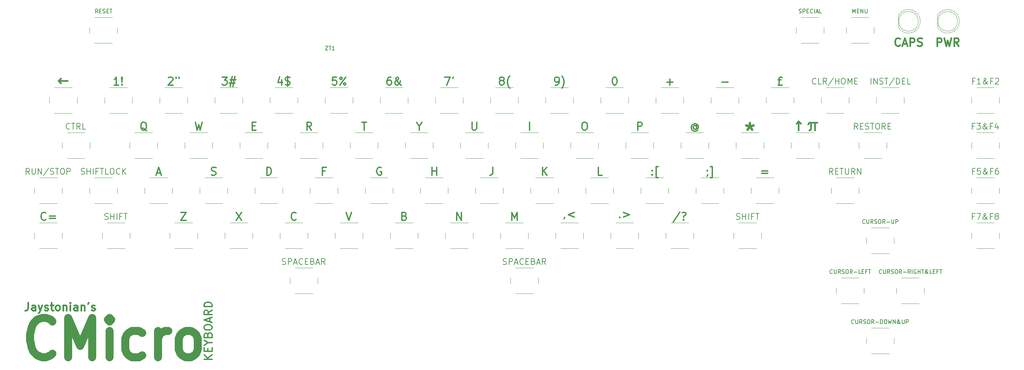
<source format=gbr>
%TF.GenerationSoftware,KiCad,Pcbnew,(5.1.9)-1*%
%TF.CreationDate,2021-06-15T15:46:33-04:00*%
%TF.ProjectId,CMicro-Keyboard,434d6963-726f-42d4-9b65-79626f617264,rev?*%
%TF.SameCoordinates,Original*%
%TF.FileFunction,Legend,Top*%
%TF.FilePolarity,Positive*%
%FSLAX46Y46*%
G04 Gerber Fmt 4.6, Leading zero omitted, Abs format (unit mm)*
G04 Created by KiCad (PCBNEW (5.1.9)-1) date 2021-06-15 15:46:33*
%MOMM*%
%LPD*%
G01*
G04 APERTURE LIST*
%ADD10C,0.400000*%
%ADD11C,0.300000*%
%ADD12C,2.000000*%
%ADD13C,0.120000*%
%ADD14C,0.200000*%
%ADD15C,0.150000*%
%ADD16C,0.450000*%
%ADD17C,0.600000*%
G04 APERTURE END LIST*
D10*
X245713523Y-63198285D02*
X245618285Y-63293523D01*
X245332571Y-63388761D01*
X245142095Y-63388761D01*
X244856380Y-63293523D01*
X244665904Y-63103047D01*
X244570666Y-62912571D01*
X244475428Y-62531619D01*
X244475428Y-62245904D01*
X244570666Y-61864952D01*
X244665904Y-61674476D01*
X244856380Y-61484000D01*
X245142095Y-61388761D01*
X245332571Y-61388761D01*
X245618285Y-61484000D01*
X245713523Y-61579238D01*
X246475428Y-62817333D02*
X247427809Y-62817333D01*
X246284952Y-63388761D02*
X246951619Y-61388761D01*
X247618285Y-63388761D01*
X248284952Y-63388761D02*
X248284952Y-61388761D01*
X249046857Y-61388761D01*
X249237333Y-61484000D01*
X249332571Y-61579238D01*
X249427809Y-61769714D01*
X249427809Y-62055428D01*
X249332571Y-62245904D01*
X249237333Y-62341142D01*
X249046857Y-62436380D01*
X248284952Y-62436380D01*
X250189714Y-63293523D02*
X250475428Y-63388761D01*
X250951619Y-63388761D01*
X251142095Y-63293523D01*
X251237333Y-63198285D01*
X251332571Y-63007809D01*
X251332571Y-62817333D01*
X251237333Y-62626857D01*
X251142095Y-62531619D01*
X250951619Y-62436380D01*
X250570666Y-62341142D01*
X250380190Y-62245904D01*
X250284952Y-62150666D01*
X250189714Y-61960190D01*
X250189714Y-61769714D01*
X250284952Y-61579238D01*
X250380190Y-61484000D01*
X250570666Y-61388761D01*
X251046857Y-61388761D01*
X251332571Y-61484000D01*
X255143333Y-63388761D02*
X255143333Y-61388761D01*
X255905238Y-61388761D01*
X256095714Y-61484000D01*
X256190952Y-61579238D01*
X256286190Y-61769714D01*
X256286190Y-62055428D01*
X256190952Y-62245904D01*
X256095714Y-62341142D01*
X255905238Y-62436380D01*
X255143333Y-62436380D01*
X256952857Y-61388761D02*
X257429047Y-63388761D01*
X257810000Y-61960190D01*
X258190952Y-63388761D01*
X258667142Y-61388761D01*
X260571904Y-63388761D02*
X259905238Y-62436380D01*
X259429047Y-63388761D02*
X259429047Y-61388761D01*
X260190952Y-61388761D01*
X260381428Y-61484000D01*
X260476666Y-61579238D01*
X260571904Y-61769714D01*
X260571904Y-62055428D01*
X260476666Y-62245904D01*
X260381428Y-62341142D01*
X260190952Y-62436380D01*
X259429047Y-62436380D01*
D11*
X71389761Y-142838809D02*
X69389761Y-142838809D01*
X71389761Y-141695952D02*
X70246904Y-142553095D01*
X69389761Y-141695952D02*
X70532619Y-142838809D01*
X70342142Y-140838809D02*
X70342142Y-140172142D01*
X71389761Y-139886428D02*
X71389761Y-140838809D01*
X69389761Y-140838809D01*
X69389761Y-139886428D01*
X70437380Y-138648333D02*
X71389761Y-138648333D01*
X69389761Y-139315000D02*
X70437380Y-138648333D01*
X69389761Y-137981666D01*
X70342142Y-136648333D02*
X70437380Y-136362619D01*
X70532619Y-136267380D01*
X70723095Y-136172142D01*
X71008809Y-136172142D01*
X71199285Y-136267380D01*
X71294523Y-136362619D01*
X71389761Y-136553095D01*
X71389761Y-137315000D01*
X69389761Y-137315000D01*
X69389761Y-136648333D01*
X69485000Y-136457857D01*
X69580238Y-136362619D01*
X69770714Y-136267380D01*
X69961190Y-136267380D01*
X70151666Y-136362619D01*
X70246904Y-136457857D01*
X70342142Y-136648333D01*
X70342142Y-137315000D01*
X69389761Y-134934047D02*
X69389761Y-134553095D01*
X69485000Y-134362619D01*
X69675476Y-134172142D01*
X70056428Y-134076904D01*
X70723095Y-134076904D01*
X71104047Y-134172142D01*
X71294523Y-134362619D01*
X71389761Y-134553095D01*
X71389761Y-134934047D01*
X71294523Y-135124523D01*
X71104047Y-135315000D01*
X70723095Y-135410238D01*
X70056428Y-135410238D01*
X69675476Y-135315000D01*
X69485000Y-135124523D01*
X69389761Y-134934047D01*
X70818333Y-133315000D02*
X70818333Y-132362619D01*
X71389761Y-133505476D02*
X69389761Y-132838809D01*
X71389761Y-132172142D01*
X71389761Y-130362619D02*
X70437380Y-131029285D01*
X71389761Y-131505476D02*
X69389761Y-131505476D01*
X69389761Y-130743571D01*
X69485000Y-130553095D01*
X69580238Y-130457857D01*
X69770714Y-130362619D01*
X70056428Y-130362619D01*
X70246904Y-130457857D01*
X70342142Y-130553095D01*
X70437380Y-130743571D01*
X70437380Y-131505476D01*
X71389761Y-129505476D02*
X69389761Y-129505476D01*
X69389761Y-129029285D01*
X69485000Y-128743571D01*
X69675476Y-128553095D01*
X69865952Y-128457857D01*
X70246904Y-128362619D01*
X70532619Y-128362619D01*
X70913571Y-128457857D01*
X71104047Y-128553095D01*
X71294523Y-128743571D01*
X71389761Y-129029285D01*
X71389761Y-129505476D01*
D12*
X30972619Y-141366428D02*
X30534523Y-141842619D01*
X29220238Y-142318809D01*
X28344047Y-142318809D01*
X27029761Y-141842619D01*
X26153571Y-140890238D01*
X25715476Y-139937857D01*
X25277380Y-138033095D01*
X25277380Y-136604523D01*
X25715476Y-134699761D01*
X26153571Y-133747380D01*
X27029761Y-132795000D01*
X28344047Y-132318809D01*
X29220238Y-132318809D01*
X30534523Y-132795000D01*
X30972619Y-133271190D01*
X34915476Y-142318809D02*
X34915476Y-132318809D01*
X37982142Y-139461666D01*
X41048809Y-132318809D01*
X41048809Y-142318809D01*
X45429761Y-142318809D02*
X45429761Y-135652142D01*
X45429761Y-132318809D02*
X44991666Y-132795000D01*
X45429761Y-133271190D01*
X45867857Y-132795000D01*
X45429761Y-132318809D01*
X45429761Y-133271190D01*
X53753571Y-141842619D02*
X52877380Y-142318809D01*
X51125000Y-142318809D01*
X50248809Y-141842619D01*
X49810714Y-141366428D01*
X49372619Y-140414047D01*
X49372619Y-137556904D01*
X49810714Y-136604523D01*
X50248809Y-136128333D01*
X51125000Y-135652142D01*
X52877380Y-135652142D01*
X53753571Y-136128333D01*
X57696428Y-142318809D02*
X57696428Y-135652142D01*
X57696428Y-137556904D02*
X58134523Y-136604523D01*
X58572619Y-136128333D01*
X59448809Y-135652142D01*
X60325000Y-135652142D01*
X64705952Y-142318809D02*
X63829761Y-141842619D01*
X63391666Y-141366428D01*
X62953571Y-140414047D01*
X62953571Y-137556904D01*
X63391666Y-136604523D01*
X63829761Y-136128333D01*
X64705952Y-135652142D01*
X66020238Y-135652142D01*
X66896428Y-136128333D01*
X67334523Y-136604523D01*
X67772619Y-137556904D01*
X67772619Y-140414047D01*
X67334523Y-141366428D01*
X66896428Y-141842619D01*
X66020238Y-142318809D01*
X64705952Y-142318809D01*
D10*
X24802619Y-128444761D02*
X24802619Y-129873333D01*
X24707380Y-130159047D01*
X24516904Y-130349523D01*
X24231190Y-130444761D01*
X24040714Y-130444761D01*
X26612142Y-130444761D02*
X26612142Y-129397142D01*
X26516904Y-129206666D01*
X26326428Y-129111428D01*
X25945476Y-129111428D01*
X25755000Y-129206666D01*
X26612142Y-130349523D02*
X26421666Y-130444761D01*
X25945476Y-130444761D01*
X25755000Y-130349523D01*
X25659761Y-130159047D01*
X25659761Y-129968571D01*
X25755000Y-129778095D01*
X25945476Y-129682857D01*
X26421666Y-129682857D01*
X26612142Y-129587619D01*
X27374047Y-129111428D02*
X27850238Y-130444761D01*
X28326428Y-129111428D02*
X27850238Y-130444761D01*
X27659761Y-130920952D01*
X27564523Y-131016190D01*
X27374047Y-131111428D01*
X28993095Y-130349523D02*
X29183571Y-130444761D01*
X29564523Y-130444761D01*
X29755000Y-130349523D01*
X29850238Y-130159047D01*
X29850238Y-130063809D01*
X29755000Y-129873333D01*
X29564523Y-129778095D01*
X29278809Y-129778095D01*
X29088333Y-129682857D01*
X28993095Y-129492380D01*
X28993095Y-129397142D01*
X29088333Y-129206666D01*
X29278809Y-129111428D01*
X29564523Y-129111428D01*
X29755000Y-129206666D01*
X30421666Y-129111428D02*
X31183571Y-129111428D01*
X30707380Y-128444761D02*
X30707380Y-130159047D01*
X30802619Y-130349523D01*
X30993095Y-130444761D01*
X31183571Y-130444761D01*
X32135952Y-130444761D02*
X31945476Y-130349523D01*
X31850238Y-130254285D01*
X31755000Y-130063809D01*
X31755000Y-129492380D01*
X31850238Y-129301904D01*
X31945476Y-129206666D01*
X32135952Y-129111428D01*
X32421666Y-129111428D01*
X32612142Y-129206666D01*
X32707380Y-129301904D01*
X32802619Y-129492380D01*
X32802619Y-130063809D01*
X32707380Y-130254285D01*
X32612142Y-130349523D01*
X32421666Y-130444761D01*
X32135952Y-130444761D01*
X33659761Y-129111428D02*
X33659761Y-130444761D01*
X33659761Y-129301904D02*
X33755000Y-129206666D01*
X33945476Y-129111428D01*
X34231190Y-129111428D01*
X34421666Y-129206666D01*
X34516904Y-129397142D01*
X34516904Y-130444761D01*
X35469285Y-130444761D02*
X35469285Y-129111428D01*
X35469285Y-128444761D02*
X35374047Y-128540000D01*
X35469285Y-128635238D01*
X35564523Y-128540000D01*
X35469285Y-128444761D01*
X35469285Y-128635238D01*
X37278809Y-130444761D02*
X37278809Y-129397142D01*
X37183571Y-129206666D01*
X36993095Y-129111428D01*
X36612142Y-129111428D01*
X36421666Y-129206666D01*
X37278809Y-130349523D02*
X37088333Y-130444761D01*
X36612142Y-130444761D01*
X36421666Y-130349523D01*
X36326428Y-130159047D01*
X36326428Y-129968571D01*
X36421666Y-129778095D01*
X36612142Y-129682857D01*
X37088333Y-129682857D01*
X37278809Y-129587619D01*
X38231190Y-129111428D02*
X38231190Y-130444761D01*
X38231190Y-129301904D02*
X38326428Y-129206666D01*
X38516904Y-129111428D01*
X38802619Y-129111428D01*
X38993095Y-129206666D01*
X39088333Y-129397142D01*
X39088333Y-130444761D01*
X40135952Y-128444761D02*
X39945476Y-128825714D01*
X40897857Y-130349523D02*
X41088333Y-130444761D01*
X41469285Y-130444761D01*
X41659761Y-130349523D01*
X41755000Y-130159047D01*
X41755000Y-130063809D01*
X41659761Y-129873333D01*
X41469285Y-129778095D01*
X41183571Y-129778095D01*
X40993095Y-129682857D01*
X40897857Y-129492380D01*
X40897857Y-129397142D01*
X40993095Y-129206666D01*
X41183571Y-129111428D01*
X41469285Y-129111428D01*
X41659761Y-129206666D01*
D13*
%TO.C,SW0103-Restore1*%
X242335000Y-89360000D02*
X242335000Y-87860000D01*
X241085000Y-85360000D02*
X236585000Y-85360000D01*
X235335000Y-87860000D02*
X235335000Y-89360000D01*
X236585000Y-91860000D02*
X241085000Y-91860000D01*
%TO.C,SW1305-F7-key1*%
X265160000Y-114720000D02*
X269660000Y-114720000D01*
X263910000Y-110720000D02*
X263910000Y-112220000D01*
X269660000Y-108220000D02*
X265160000Y-108220000D01*
X270910000Y-112220000D02*
X270910000Y-110720000D01*
%TO.C,SW1306-F5-key1*%
X265160000Y-103290000D02*
X269660000Y-103290000D01*
X263910000Y-99290000D02*
X263910000Y-100790000D01*
X269660000Y-96790000D02*
X265160000Y-96790000D01*
X270910000Y-100790000D02*
X270910000Y-99290000D01*
%TO.C,SW1307-F3-key1*%
X265160000Y-91860000D02*
X269660000Y-91860000D01*
X263910000Y-87860000D02*
X263910000Y-89360000D01*
X269660000Y-85360000D02*
X265160000Y-85360000D01*
X270910000Y-89360000D02*
X270910000Y-87860000D01*
%TO.C,SW1308-F1-Key1*%
X265160000Y-80430000D02*
X269660000Y-80430000D01*
X263910000Y-76430000D02*
X263910000Y-77930000D01*
X269660000Y-73930000D02*
X265160000Y-73930000D01*
X270910000Y-77930000D02*
X270910000Y-76430000D01*
%TO.C,SW1309-CrsrUD1*%
X238490000Y-141390000D02*
X242990000Y-141390000D01*
X237240000Y-137390000D02*
X237240000Y-138890000D01*
X242990000Y-134890000D02*
X238490000Y-134890000D01*
X244240000Y-138890000D02*
X244240000Y-137390000D01*
%TO.C,SW1309-CrsrUp1*%
X244240000Y-113490000D02*
X244240000Y-111990000D01*
X242990000Y-109490000D02*
X238490000Y-109490000D01*
X237240000Y-111990000D02*
X237240000Y-113490000D01*
X238490000Y-115990000D02*
X242990000Y-115990000D01*
%TO.C,SW1310-CrsrLeft1*%
X230870000Y-128690000D02*
X235370000Y-128690000D01*
X229620000Y-124690000D02*
X229620000Y-126190000D01*
X235370000Y-122190000D02*
X230870000Y-122190000D01*
X236620000Y-126190000D02*
X236620000Y-124690000D01*
%TO.C,SW1310-CrsrLR1*%
X246110000Y-128690000D02*
X250610000Y-128690000D01*
X244860000Y-124690000D02*
X244860000Y-126190000D01*
X250610000Y-122190000D02*
X246110000Y-122190000D01*
X251860000Y-126190000D02*
X251860000Y-124690000D01*
%TO.C,SW1311-Return1*%
X229600000Y-103290000D02*
X234100000Y-103290000D01*
X228350000Y-99290000D02*
X228350000Y-100790000D01*
X234100000Y-96790000D02*
X229600000Y-96790000D01*
X235350000Y-100790000D02*
X235350000Y-99290000D01*
%TO.C,SW1312-InstDel1*%
X241030000Y-80430000D02*
X245530000Y-80430000D01*
X239780000Y-76430000D02*
X239780000Y-77930000D01*
X245530000Y-73930000D02*
X241030000Y-73930000D01*
X246780000Y-77930000D02*
X246780000Y-76430000D01*
%TO.C,SW1405-ClrHome1*%
X227060000Y-80430000D02*
X231560000Y-80430000D01*
X225810000Y-76430000D02*
X225810000Y-77930000D01*
X231560000Y-73930000D02*
X227060000Y-73930000D01*
X232810000Y-77930000D02*
X232810000Y-76430000D01*
%TO.C,SW1406-UpArrow1*%
X219440000Y-91860000D02*
X223940000Y-91860000D01*
X218190000Y-87860000D02*
X218190000Y-89360000D01*
X223940000Y-85360000D02*
X219440000Y-85360000D01*
X225190000Y-89360000D02*
X225190000Y-87860000D01*
%TO.C,SW1407-Key=1*%
X209280000Y-103290000D02*
X213780000Y-103290000D01*
X208030000Y-99290000D02*
X208030000Y-100790000D01*
X213780000Y-96790000D02*
X209280000Y-96790000D01*
X215030000Y-100790000D02*
X215030000Y-99290000D01*
%TO.C,SW1408-RShift1*%
X204835000Y-114720000D02*
X209335000Y-114720000D01*
X203585000Y-110720000D02*
X203585000Y-112220000D01*
X209335000Y-108220000D02*
X204835000Y-108220000D01*
X210585000Y-112220000D02*
X210585000Y-110720000D01*
%TO.C,SW1409-Key/1*%
X193440000Y-112220000D02*
X193440000Y-110720000D01*
X192190000Y-108220000D02*
X187690000Y-108220000D01*
X186440000Y-110720000D02*
X186440000Y-112220000D01*
X187690000Y-114720000D02*
X192190000Y-114720000D01*
%TO.C,SW1410-Key;1*%
X195310000Y-103290000D02*
X199810000Y-103290000D01*
X194060000Y-99290000D02*
X194060000Y-100790000D01*
X199810000Y-96790000D02*
X195310000Y-96790000D01*
X201060000Y-100790000D02*
X201060000Y-99290000D01*
%TO.C,SW1411-Key\u002A1*%
X205470000Y-91860000D02*
X209970000Y-91860000D01*
X204220000Y-87860000D02*
X204220000Y-89360000D01*
X209970000Y-85360000D02*
X205470000Y-85360000D01*
X211220000Y-89360000D02*
X211220000Y-87860000D01*
%TO.C,SW1412-KeyPound1*%
X213090000Y-80430000D02*
X217590000Y-80430000D01*
X211840000Y-76430000D02*
X211840000Y-77930000D01*
X217590000Y-73930000D02*
X213090000Y-73930000D01*
X218840000Y-77930000D02*
X218840000Y-76430000D01*
%TO.C,SW1505-Key-1*%
X204870000Y-77930000D02*
X204870000Y-76430000D01*
X203620000Y-73930000D02*
X199120000Y-73930000D01*
X197870000Y-76430000D02*
X197870000Y-77930000D01*
X199120000Y-80430000D02*
X203620000Y-80430000D01*
%TO.C,SW1506-Key@1*%
X197250000Y-89360000D02*
X197250000Y-87860000D01*
X196000000Y-85360000D02*
X191500000Y-85360000D01*
X190250000Y-87860000D02*
X190250000Y-89360000D01*
X191500000Y-91860000D02*
X196000000Y-91860000D01*
%TO.C,SW1507-Key:1*%
X187090000Y-100790000D02*
X187090000Y-99290000D01*
X185840000Y-96790000D02*
X181340000Y-96790000D01*
X180090000Y-99290000D02*
X180090000Y-100790000D01*
X181340000Y-103290000D02*
X185840000Y-103290000D01*
%TO.C,SW1508-Key.1*%
X179470000Y-112220000D02*
X179470000Y-110720000D01*
X178220000Y-108220000D02*
X173720000Y-108220000D01*
X172470000Y-110720000D02*
X172470000Y-112220000D01*
X173720000Y-114720000D02*
X178220000Y-114720000D01*
%TO.C,SW1509-Key\u002C1*%
X159750000Y-114720000D02*
X164250000Y-114720000D01*
X158500000Y-110720000D02*
X158500000Y-112220000D01*
X164250000Y-108220000D02*
X159750000Y-108220000D01*
X165500000Y-112220000D02*
X165500000Y-110720000D01*
%TO.C,SW1510-KeyL1*%
X173120000Y-100790000D02*
X173120000Y-99290000D01*
X171870000Y-96790000D02*
X167370000Y-96790000D01*
X166120000Y-99290000D02*
X166120000Y-100790000D01*
X167370000Y-103290000D02*
X171870000Y-103290000D01*
%TO.C,SW1511-KeyP1*%
X183280000Y-89360000D02*
X183280000Y-87860000D01*
X182030000Y-85360000D02*
X177530000Y-85360000D01*
X176280000Y-87860000D02*
X176280000Y-89360000D01*
X177530000Y-91860000D02*
X182030000Y-91860000D01*
%TO.C,SW1512-Key+1*%
X190900000Y-77930000D02*
X190900000Y-76430000D01*
X189650000Y-73930000D02*
X185150000Y-73930000D01*
X183900000Y-76430000D02*
X183900000Y-77930000D01*
X185150000Y-80430000D02*
X189650000Y-80430000D01*
%TO.C,SW1605-0-key1*%
X171180000Y-80430000D02*
X175680000Y-80430000D01*
X169930000Y-76430000D02*
X169930000Y-77930000D01*
X175680000Y-73930000D02*
X171180000Y-73930000D01*
X176930000Y-77930000D02*
X176930000Y-76430000D01*
%TO.C,SW1606-KeyO1*%
X163560000Y-91860000D02*
X168060000Y-91860000D01*
X162310000Y-87860000D02*
X162310000Y-89360000D01*
X168060000Y-85360000D02*
X163560000Y-85360000D01*
X169310000Y-89360000D02*
X169310000Y-87860000D01*
%TO.C,SW1607-KeyK1*%
X153400000Y-103290000D02*
X157900000Y-103290000D01*
X152150000Y-99290000D02*
X152150000Y-100790000D01*
X157900000Y-96790000D02*
X153400000Y-96790000D01*
X159150000Y-100790000D02*
X159150000Y-99290000D01*
%TO.C,SW1608-KeyM1*%
X145780000Y-114720000D02*
X150280000Y-114720000D01*
X144530000Y-110720000D02*
X144530000Y-112220000D01*
X150280000Y-108220000D02*
X145780000Y-108220000D01*
X151530000Y-112220000D02*
X151530000Y-110720000D01*
%TO.C,SW1609-KeyN1*%
X137560000Y-112220000D02*
X137560000Y-110720000D01*
X136310000Y-108220000D02*
X131810000Y-108220000D01*
X130560000Y-110720000D02*
X130560000Y-112220000D01*
X131810000Y-114720000D02*
X136310000Y-114720000D01*
%TO.C,SW1610-KeyJ1*%
X139430000Y-103290000D02*
X143930000Y-103290000D01*
X138180000Y-99290000D02*
X138180000Y-100790000D01*
X143930000Y-96790000D02*
X139430000Y-96790000D01*
X145180000Y-100790000D02*
X145180000Y-99290000D01*
%TO.C,SW1611-KeyI1*%
X149590000Y-91860000D02*
X154090000Y-91860000D01*
X148340000Y-87860000D02*
X148340000Y-89360000D01*
X154090000Y-85360000D02*
X149590000Y-85360000D01*
X155340000Y-89360000D02*
X155340000Y-87860000D01*
%TO.C,SW1612-9-key1*%
X157210000Y-80430000D02*
X161710000Y-80430000D01*
X155960000Y-76430000D02*
X155960000Y-77930000D01*
X161710000Y-73930000D02*
X157210000Y-73930000D01*
X162960000Y-77930000D02*
X162960000Y-76430000D01*
%TO.C,SW1705-8-key1*%
X148990000Y-77930000D02*
X148990000Y-76430000D01*
X147740000Y-73930000D02*
X143240000Y-73930000D01*
X141990000Y-76430000D02*
X141990000Y-77930000D01*
X143240000Y-80430000D02*
X147740000Y-80430000D01*
%TO.C,SW1706-KeyU1*%
X141370000Y-89360000D02*
X141370000Y-87860000D01*
X140120000Y-85360000D02*
X135620000Y-85360000D01*
X134370000Y-87860000D02*
X134370000Y-89360000D01*
X135620000Y-91860000D02*
X140120000Y-91860000D01*
%TO.C,SW1707-KeyH1*%
X131210000Y-100790000D02*
X131210000Y-99290000D01*
X129960000Y-96790000D02*
X125460000Y-96790000D01*
X124210000Y-99290000D02*
X124210000Y-100790000D01*
X125460000Y-103290000D02*
X129960000Y-103290000D01*
%TO.C,SW1708-KeyB1*%
X123590000Y-112220000D02*
X123590000Y-110720000D01*
X122340000Y-108220000D02*
X117840000Y-108220000D01*
X116590000Y-110720000D02*
X116590000Y-112220000D01*
X117840000Y-114720000D02*
X122340000Y-114720000D01*
%TO.C,SW1709-KeyV1*%
X103870000Y-114720000D02*
X108370000Y-114720000D01*
X102620000Y-110720000D02*
X102620000Y-112220000D01*
X108370000Y-108220000D02*
X103870000Y-108220000D01*
X109620000Y-112220000D02*
X109620000Y-110720000D01*
%TO.C,SW1710-KeyG1*%
X117240000Y-100790000D02*
X117240000Y-99290000D01*
X115990000Y-96790000D02*
X111490000Y-96790000D01*
X110240000Y-99290000D02*
X110240000Y-100790000D01*
X111490000Y-103290000D02*
X115990000Y-103290000D01*
%TO.C,SW1711-KeyY1*%
X127400000Y-89360000D02*
X127400000Y-87860000D01*
X126150000Y-85360000D02*
X121650000Y-85360000D01*
X120400000Y-87860000D02*
X120400000Y-89360000D01*
X121650000Y-91860000D02*
X126150000Y-91860000D01*
%TO.C,SW1712-7-key1*%
X135020000Y-77930000D02*
X135020000Y-76430000D01*
X133770000Y-73930000D02*
X129270000Y-73930000D01*
X128020000Y-76430000D02*
X128020000Y-77930000D01*
X129270000Y-80430000D02*
X133770000Y-80430000D01*
%TO.C,SW1805-6-key1*%
X115300000Y-80430000D02*
X119800000Y-80430000D01*
X114050000Y-76430000D02*
X114050000Y-77930000D01*
X119800000Y-73930000D02*
X115300000Y-73930000D01*
X121050000Y-77930000D02*
X121050000Y-76430000D01*
%TO.C,SW1806-KeyT1*%
X107680000Y-91860000D02*
X112180000Y-91860000D01*
X106430000Y-87860000D02*
X106430000Y-89360000D01*
X112180000Y-85360000D02*
X107680000Y-85360000D01*
X113430000Y-89360000D02*
X113430000Y-87860000D01*
%TO.C,SW1807-F-key1*%
X97520000Y-103290000D02*
X102020000Y-103290000D01*
X96270000Y-99290000D02*
X96270000Y-100790000D01*
X102020000Y-96790000D02*
X97520000Y-96790000D01*
X103270000Y-100790000D02*
X103270000Y-99290000D01*
%TO.C,SW1808-KeyC1*%
X89900000Y-114720000D02*
X94400000Y-114720000D01*
X88650000Y-110720000D02*
X88650000Y-112220000D01*
X94400000Y-108220000D02*
X89900000Y-108220000D01*
X95650000Y-112220000D02*
X95650000Y-110720000D01*
%TO.C,SW1809-KeyX1*%
X81680000Y-112220000D02*
X81680000Y-110720000D01*
X80430000Y-108220000D02*
X75930000Y-108220000D01*
X74680000Y-110720000D02*
X74680000Y-112220000D01*
X75930000Y-114720000D02*
X80430000Y-114720000D01*
%TO.C,SW1810-KeyD1*%
X83550000Y-103290000D02*
X88050000Y-103290000D01*
X82300000Y-99290000D02*
X82300000Y-100790000D01*
X88050000Y-96790000D02*
X83550000Y-96790000D01*
X89300000Y-100790000D02*
X89300000Y-99290000D01*
%TO.C,SW1811-KeyR1*%
X93710000Y-91860000D02*
X98210000Y-91860000D01*
X92460000Y-87860000D02*
X92460000Y-89360000D01*
X98210000Y-85360000D02*
X93710000Y-85360000D01*
X99460000Y-89360000D02*
X99460000Y-87860000D01*
%TO.C,SW1812-5-key1*%
X101330000Y-80430000D02*
X105830000Y-80430000D01*
X100080000Y-76430000D02*
X100080000Y-77930000D01*
X105830000Y-73930000D02*
X101330000Y-73930000D01*
X107080000Y-77930000D02*
X107080000Y-76430000D01*
%TO.C,SW1905-4-key1*%
X93110000Y-77930000D02*
X93110000Y-76430000D01*
X91860000Y-73930000D02*
X87360000Y-73930000D01*
X86110000Y-76430000D02*
X86110000Y-77930000D01*
X87360000Y-80430000D02*
X91860000Y-80430000D01*
%TO.C,SW1906-KeyE1*%
X85490000Y-89360000D02*
X85490000Y-87860000D01*
X84240000Y-85360000D02*
X79740000Y-85360000D01*
X78490000Y-87860000D02*
X78490000Y-89360000D01*
X79740000Y-91860000D02*
X84240000Y-91860000D01*
%TO.C,SW1907-KeyS1*%
X75330000Y-100790000D02*
X75330000Y-99290000D01*
X74080000Y-96790000D02*
X69580000Y-96790000D01*
X68330000Y-99290000D02*
X68330000Y-100790000D01*
X69580000Y-103290000D02*
X74080000Y-103290000D01*
%TO.C,SW1908-KeyZ1*%
X67710000Y-112220000D02*
X67710000Y-110720000D01*
X66460000Y-108220000D02*
X61960000Y-108220000D01*
X60710000Y-110720000D02*
X60710000Y-112220000D01*
X61960000Y-114720000D02*
X66460000Y-114720000D01*
%TO.C,SW1909&2501-ShiftCapsLock1*%
X41640000Y-103290000D02*
X46140000Y-103290000D01*
X40390000Y-99290000D02*
X40390000Y-100790000D01*
X46140000Y-96790000D02*
X41640000Y-96790000D01*
X47390000Y-100790000D02*
X47390000Y-99290000D01*
%TO.C,SW1909-LShift1*%
X50565000Y-112220000D02*
X50565000Y-110720000D01*
X49315000Y-108220000D02*
X44815000Y-108220000D01*
X43565000Y-110720000D02*
X43565000Y-112220000D01*
X44815000Y-114720000D02*
X49315000Y-114720000D01*
%TO.C,SW1910-KeyA1*%
X61360000Y-100790000D02*
X61360000Y-99290000D01*
X60110000Y-96790000D02*
X55610000Y-96790000D01*
X54360000Y-99290000D02*
X54360000Y-100790000D01*
X55610000Y-103290000D02*
X60110000Y-103290000D01*
%TO.C,SW1911-KeyW1*%
X71520000Y-89360000D02*
X71520000Y-87860000D01*
X70270000Y-85360000D02*
X65770000Y-85360000D01*
X64520000Y-87860000D02*
X64520000Y-89360000D01*
X65770000Y-91860000D02*
X70270000Y-91860000D01*
%TO.C,SW1912-3-key1*%
X79140000Y-77930000D02*
X79140000Y-76430000D01*
X77890000Y-73930000D02*
X73390000Y-73930000D01*
X72140000Y-76430000D02*
X72140000Y-77930000D01*
X73390000Y-80430000D02*
X77890000Y-80430000D01*
%TO.C,SW2005-2-key1*%
X65170000Y-77930000D02*
X65170000Y-76430000D01*
X63920000Y-73930000D02*
X59420000Y-73930000D01*
X58170000Y-76430000D02*
X58170000Y-77930000D01*
X59420000Y-80430000D02*
X63920000Y-80430000D01*
%TO.C,SW2006-KeyQ1*%
X57550000Y-89360000D02*
X57550000Y-87860000D01*
X56300000Y-85360000D02*
X51800000Y-85360000D01*
X50550000Y-87860000D02*
X50550000Y-89360000D01*
X51800000Y-91860000D02*
X56300000Y-91860000D01*
%TO.C,SW2007-C=1*%
X33420000Y-112220000D02*
X33420000Y-110720000D01*
X32170000Y-108220000D02*
X27670000Y-108220000D01*
X26420000Y-110720000D02*
X26420000Y-112220000D01*
X27670000Y-114720000D02*
X32170000Y-114720000D01*
%TO.C,SW2008-Space1*%
X98190000Y-123650000D02*
X98190000Y-122150000D01*
X96940000Y-119650000D02*
X92440000Y-119650000D01*
X91190000Y-122150000D02*
X91190000Y-123650000D01*
X92440000Y-126150000D02*
X96940000Y-126150000D01*
%TO.C,SW2009-RunStop1*%
X27670000Y-103290000D02*
X32170000Y-103290000D01*
X26420000Y-99290000D02*
X26420000Y-100790000D01*
X32170000Y-96790000D02*
X27670000Y-96790000D01*
X33420000Y-100790000D02*
X33420000Y-99290000D01*
%TO.C,SW2010-CTRL1*%
X40405000Y-89360000D02*
X40405000Y-87860000D01*
X39155000Y-85360000D02*
X34655000Y-85360000D01*
X33405000Y-87860000D02*
X33405000Y-89360000D01*
X34655000Y-91860000D02*
X39155000Y-91860000D01*
%TO.C,SW2011-LeftArrow1*%
X37230000Y-77930000D02*
X37230000Y-76430000D01*
X35980000Y-73930000D02*
X31480000Y-73930000D01*
X30230000Y-76430000D02*
X30230000Y-77930000D01*
X31480000Y-80430000D02*
X35980000Y-80430000D01*
%TO.C,SW2012-1-key1*%
X51200000Y-77930000D02*
X51200000Y-76430000D01*
X49950000Y-73930000D02*
X45450000Y-73930000D01*
X44200000Y-76430000D02*
X44200000Y-77930000D01*
X45450000Y-80430000D02*
X49950000Y-80430000D01*
%TO.C,SW2008-SpaceB1*%
X154070000Y-123650000D02*
X154070000Y-122150000D01*
X152820000Y-119650000D02*
X148320000Y-119650000D01*
X147070000Y-122150000D02*
X147070000Y-123650000D01*
X148320000Y-126150000D02*
X152820000Y-126150000D01*
%TO.C,D1*%
X255250000Y-55605000D02*
X255250000Y-58695000D01*
X260310000Y-57150000D02*
G75*
G03*
X260310000Y-57150000I-2500000J0D01*
G01*
X260800000Y-57150462D02*
G75*
G03*
X255250000Y-55605170I-2990000J462D01*
G01*
X260800000Y-57149538D02*
G75*
G02*
X255250000Y-58694830I-2990000J-462D01*
G01*
%TO.C,D20*%
X250404000Y-57150000D02*
G75*
G03*
X250404000Y-57150000I-2500000J0D01*
G01*
X245344000Y-55605000D02*
X245344000Y-58695000D01*
X250894000Y-57149538D02*
G75*
G02*
X245344000Y-58694830I-2990000J-462D01*
G01*
X250894000Y-57150462D02*
G75*
G03*
X245344000Y-55605170I-2990000J462D01*
G01*
%TO.C,SW_MENU1*%
X239160000Y-60150000D02*
X239160000Y-58650000D01*
X237910000Y-56150000D02*
X233410000Y-56150000D01*
X232160000Y-58650000D02*
X232160000Y-60150000D01*
X233410000Y-62650000D02*
X237910000Y-62650000D01*
%TO.C,SW_RESET1*%
X41640000Y-62650000D02*
X46140000Y-62650000D01*
X40390000Y-58650000D02*
X40390000Y-60150000D01*
X46140000Y-56150000D02*
X41640000Y-56150000D01*
X47390000Y-60150000D02*
X47390000Y-58650000D01*
%TO.C,SW_SPECIAL1*%
X226460000Y-60150000D02*
X226460000Y-58650000D01*
X225210000Y-56150000D02*
X220710000Y-56150000D01*
X219460000Y-58650000D02*
X219460000Y-60150000D01*
X220710000Y-62650000D02*
X225210000Y-62650000D01*
%TO.C,SW0103-Restore1*%
D14*
X235045714Y-84498571D02*
X234545714Y-83784285D01*
X234188571Y-84498571D02*
X234188571Y-82998571D01*
X234760000Y-82998571D01*
X234902857Y-83070000D01*
X234974285Y-83141428D01*
X235045714Y-83284285D01*
X235045714Y-83498571D01*
X234974285Y-83641428D01*
X234902857Y-83712857D01*
X234760000Y-83784285D01*
X234188571Y-83784285D01*
X235688571Y-83712857D02*
X236188571Y-83712857D01*
X236402857Y-84498571D02*
X235688571Y-84498571D01*
X235688571Y-82998571D01*
X236402857Y-82998571D01*
X236974285Y-84427142D02*
X237188571Y-84498571D01*
X237545714Y-84498571D01*
X237688571Y-84427142D01*
X237760000Y-84355714D01*
X237831428Y-84212857D01*
X237831428Y-84070000D01*
X237760000Y-83927142D01*
X237688571Y-83855714D01*
X237545714Y-83784285D01*
X237260000Y-83712857D01*
X237117142Y-83641428D01*
X237045714Y-83570000D01*
X236974285Y-83427142D01*
X236974285Y-83284285D01*
X237045714Y-83141428D01*
X237117142Y-83070000D01*
X237260000Y-82998571D01*
X237617142Y-82998571D01*
X237831428Y-83070000D01*
X238260000Y-82998571D02*
X239117142Y-82998571D01*
X238688571Y-84498571D02*
X238688571Y-82998571D01*
X239902857Y-82998571D02*
X240188571Y-82998571D01*
X240331428Y-83070000D01*
X240474285Y-83212857D01*
X240545714Y-83498571D01*
X240545714Y-83998571D01*
X240474285Y-84284285D01*
X240331428Y-84427142D01*
X240188571Y-84498571D01*
X239902857Y-84498571D01*
X239760000Y-84427142D01*
X239617142Y-84284285D01*
X239545714Y-83998571D01*
X239545714Y-83498571D01*
X239617142Y-83212857D01*
X239760000Y-83070000D01*
X239902857Y-82998571D01*
X242045714Y-84498571D02*
X241545714Y-83784285D01*
X241188571Y-84498571D02*
X241188571Y-82998571D01*
X241760000Y-82998571D01*
X241902857Y-83070000D01*
X241974285Y-83141428D01*
X242045714Y-83284285D01*
X242045714Y-83498571D01*
X241974285Y-83641428D01*
X241902857Y-83712857D01*
X241760000Y-83784285D01*
X241188571Y-83784285D01*
X242688571Y-83712857D02*
X243188571Y-83712857D01*
X243402857Y-84498571D02*
X242688571Y-84498571D01*
X242688571Y-82998571D01*
X243402857Y-82998571D01*
%TO.C,SW1305-F7-key1*%
X264549285Y-106572857D02*
X264049285Y-106572857D01*
X264049285Y-107358571D02*
X264049285Y-105858571D01*
X264763571Y-105858571D01*
X265192142Y-105858571D02*
X266192142Y-105858571D01*
X265549285Y-107358571D01*
X267977857Y-107358571D02*
X267906428Y-107358571D01*
X267763571Y-107287142D01*
X267549285Y-107072857D01*
X267192142Y-106644285D01*
X267049285Y-106430000D01*
X266977857Y-106215714D01*
X266977857Y-106072857D01*
X267049285Y-105930000D01*
X267192142Y-105858571D01*
X267263571Y-105858571D01*
X267406428Y-105930000D01*
X267477857Y-106072857D01*
X267477857Y-106144285D01*
X267406428Y-106287142D01*
X267335000Y-106358571D01*
X266906428Y-106644285D01*
X266835000Y-106715714D01*
X266763571Y-106858571D01*
X266763571Y-107072857D01*
X266835000Y-107215714D01*
X266906428Y-107287142D01*
X267049285Y-107358571D01*
X267263571Y-107358571D01*
X267406428Y-107287142D01*
X267477857Y-107215714D01*
X267692142Y-106930000D01*
X267763571Y-106715714D01*
X267763571Y-106572857D01*
X269120714Y-106572857D02*
X268620714Y-106572857D01*
X268620714Y-107358571D02*
X268620714Y-105858571D01*
X269335000Y-105858571D01*
X270120714Y-106501428D02*
X269977857Y-106430000D01*
X269906428Y-106358571D01*
X269835000Y-106215714D01*
X269835000Y-106144285D01*
X269906428Y-106001428D01*
X269977857Y-105930000D01*
X270120714Y-105858571D01*
X270406428Y-105858571D01*
X270549285Y-105930000D01*
X270620714Y-106001428D01*
X270692142Y-106144285D01*
X270692142Y-106215714D01*
X270620714Y-106358571D01*
X270549285Y-106430000D01*
X270406428Y-106501428D01*
X270120714Y-106501428D01*
X269977857Y-106572857D01*
X269906428Y-106644285D01*
X269835000Y-106787142D01*
X269835000Y-107072857D01*
X269906428Y-107215714D01*
X269977857Y-107287142D01*
X270120714Y-107358571D01*
X270406428Y-107358571D01*
X270549285Y-107287142D01*
X270620714Y-107215714D01*
X270692142Y-107072857D01*
X270692142Y-106787142D01*
X270620714Y-106644285D01*
X270549285Y-106572857D01*
X270406428Y-106501428D01*
%TO.C,SW1306-F5-key1*%
X264624285Y-95142857D02*
X264124285Y-95142857D01*
X264124285Y-95928571D02*
X264124285Y-94428571D01*
X264838571Y-94428571D01*
X266124285Y-94428571D02*
X265410000Y-94428571D01*
X265338571Y-95142857D01*
X265410000Y-95071428D01*
X265552857Y-95000000D01*
X265910000Y-95000000D01*
X266052857Y-95071428D01*
X266124285Y-95142857D01*
X266195714Y-95285714D01*
X266195714Y-95642857D01*
X266124285Y-95785714D01*
X266052857Y-95857142D01*
X265910000Y-95928571D01*
X265552857Y-95928571D01*
X265410000Y-95857142D01*
X265338571Y-95785714D01*
X268052857Y-95928571D02*
X267981428Y-95928571D01*
X267838571Y-95857142D01*
X267624285Y-95642857D01*
X267267142Y-95214285D01*
X267124285Y-95000000D01*
X267052857Y-94785714D01*
X267052857Y-94642857D01*
X267124285Y-94500000D01*
X267267142Y-94428571D01*
X267338571Y-94428571D01*
X267481428Y-94500000D01*
X267552857Y-94642857D01*
X267552857Y-94714285D01*
X267481428Y-94857142D01*
X267410000Y-94928571D01*
X266981428Y-95214285D01*
X266910000Y-95285714D01*
X266838571Y-95428571D01*
X266838571Y-95642857D01*
X266910000Y-95785714D01*
X266981428Y-95857142D01*
X267124285Y-95928571D01*
X267338571Y-95928571D01*
X267481428Y-95857142D01*
X267552857Y-95785714D01*
X267767142Y-95500000D01*
X267838571Y-95285714D01*
X267838571Y-95142857D01*
X269195714Y-95142857D02*
X268695714Y-95142857D01*
X268695714Y-95928571D02*
X268695714Y-94428571D01*
X269410000Y-94428571D01*
X270624285Y-94428571D02*
X270338571Y-94428571D01*
X270195714Y-94500000D01*
X270124285Y-94571428D01*
X269981428Y-94785714D01*
X269910000Y-95071428D01*
X269910000Y-95642857D01*
X269981428Y-95785714D01*
X270052857Y-95857142D01*
X270195714Y-95928571D01*
X270481428Y-95928571D01*
X270624285Y-95857142D01*
X270695714Y-95785714D01*
X270767142Y-95642857D01*
X270767142Y-95285714D01*
X270695714Y-95142857D01*
X270624285Y-95071428D01*
X270481428Y-95000000D01*
X270195714Y-95000000D01*
X270052857Y-95071428D01*
X269981428Y-95142857D01*
X269910000Y-95285714D01*
%TO.C,SW1307-F3-key1*%
X264549285Y-83712857D02*
X264049285Y-83712857D01*
X264049285Y-84498571D02*
X264049285Y-82998571D01*
X264763571Y-82998571D01*
X265192142Y-82998571D02*
X266120714Y-82998571D01*
X265620714Y-83570000D01*
X265835000Y-83570000D01*
X265977857Y-83641428D01*
X266049285Y-83712857D01*
X266120714Y-83855714D01*
X266120714Y-84212857D01*
X266049285Y-84355714D01*
X265977857Y-84427142D01*
X265835000Y-84498571D01*
X265406428Y-84498571D01*
X265263571Y-84427142D01*
X265192142Y-84355714D01*
X267977857Y-84498571D02*
X267906428Y-84498571D01*
X267763571Y-84427142D01*
X267549285Y-84212857D01*
X267192142Y-83784285D01*
X267049285Y-83570000D01*
X266977857Y-83355714D01*
X266977857Y-83212857D01*
X267049285Y-83070000D01*
X267192142Y-82998571D01*
X267263571Y-82998571D01*
X267406428Y-83070000D01*
X267477857Y-83212857D01*
X267477857Y-83284285D01*
X267406428Y-83427142D01*
X267335000Y-83498571D01*
X266906428Y-83784285D01*
X266835000Y-83855714D01*
X266763571Y-83998571D01*
X266763571Y-84212857D01*
X266835000Y-84355714D01*
X266906428Y-84427142D01*
X267049285Y-84498571D01*
X267263571Y-84498571D01*
X267406428Y-84427142D01*
X267477857Y-84355714D01*
X267692142Y-84070000D01*
X267763571Y-83855714D01*
X267763571Y-83712857D01*
X269120714Y-83712857D02*
X268620714Y-83712857D01*
X268620714Y-84498571D02*
X268620714Y-82998571D01*
X269335000Y-82998571D01*
X270549285Y-83498571D02*
X270549285Y-84498571D01*
X270192142Y-82927142D02*
X269835000Y-83998571D01*
X270763571Y-83998571D01*
%TO.C,SW1308-F1-Key1*%
X264624285Y-72282857D02*
X264124285Y-72282857D01*
X264124285Y-73068571D02*
X264124285Y-71568571D01*
X264838571Y-71568571D01*
X266195714Y-73068571D02*
X265338571Y-73068571D01*
X265767142Y-73068571D02*
X265767142Y-71568571D01*
X265624285Y-71782857D01*
X265481428Y-71925714D01*
X265338571Y-71997142D01*
X268052857Y-73068571D02*
X267981428Y-73068571D01*
X267838571Y-72997142D01*
X267624285Y-72782857D01*
X267267142Y-72354285D01*
X267124285Y-72140000D01*
X267052857Y-71925714D01*
X267052857Y-71782857D01*
X267124285Y-71640000D01*
X267267142Y-71568571D01*
X267338571Y-71568571D01*
X267481428Y-71640000D01*
X267552857Y-71782857D01*
X267552857Y-71854285D01*
X267481428Y-71997142D01*
X267410000Y-72068571D01*
X266981428Y-72354285D01*
X266910000Y-72425714D01*
X266838571Y-72568571D01*
X266838571Y-72782857D01*
X266910000Y-72925714D01*
X266981428Y-72997142D01*
X267124285Y-73068571D01*
X267338571Y-73068571D01*
X267481428Y-72997142D01*
X267552857Y-72925714D01*
X267767142Y-72640000D01*
X267838571Y-72425714D01*
X267838571Y-72282857D01*
X269195714Y-72282857D02*
X268695714Y-72282857D01*
X268695714Y-73068571D02*
X268695714Y-71568571D01*
X269410000Y-71568571D01*
X269910000Y-71711428D02*
X269981428Y-71640000D01*
X270124285Y-71568571D01*
X270481428Y-71568571D01*
X270624285Y-71640000D01*
X270695714Y-71711428D01*
X270767142Y-71854285D01*
X270767142Y-71997142D01*
X270695714Y-72211428D01*
X269838571Y-73068571D01*
X270767142Y-73068571D01*
%TO.C,SW1309-CrsrUD1*%
D15*
X234069761Y-133707142D02*
X234022142Y-133754761D01*
X233879285Y-133802380D01*
X233784047Y-133802380D01*
X233641190Y-133754761D01*
X233545952Y-133659523D01*
X233498333Y-133564285D01*
X233450714Y-133373809D01*
X233450714Y-133230952D01*
X233498333Y-133040476D01*
X233545952Y-132945238D01*
X233641190Y-132850000D01*
X233784047Y-132802380D01*
X233879285Y-132802380D01*
X234022142Y-132850000D01*
X234069761Y-132897619D01*
X234498333Y-132802380D02*
X234498333Y-133611904D01*
X234545952Y-133707142D01*
X234593571Y-133754761D01*
X234688809Y-133802380D01*
X234879285Y-133802380D01*
X234974523Y-133754761D01*
X235022142Y-133707142D01*
X235069761Y-133611904D01*
X235069761Y-132802380D01*
X236117380Y-133802380D02*
X235784047Y-133326190D01*
X235545952Y-133802380D02*
X235545952Y-132802380D01*
X235926904Y-132802380D01*
X236022142Y-132850000D01*
X236069761Y-132897619D01*
X236117380Y-132992857D01*
X236117380Y-133135714D01*
X236069761Y-133230952D01*
X236022142Y-133278571D01*
X235926904Y-133326190D01*
X235545952Y-133326190D01*
X236498333Y-133754761D02*
X236641190Y-133802380D01*
X236879285Y-133802380D01*
X236974523Y-133754761D01*
X237022142Y-133707142D01*
X237069761Y-133611904D01*
X237069761Y-133516666D01*
X237022142Y-133421428D01*
X236974523Y-133373809D01*
X236879285Y-133326190D01*
X236688809Y-133278571D01*
X236593571Y-133230952D01*
X236545952Y-133183333D01*
X236498333Y-133088095D01*
X236498333Y-132992857D01*
X236545952Y-132897619D01*
X236593571Y-132850000D01*
X236688809Y-132802380D01*
X236926904Y-132802380D01*
X237069761Y-132850000D01*
X237688809Y-132802380D02*
X237879285Y-132802380D01*
X237974523Y-132850000D01*
X238069761Y-132945238D01*
X238117380Y-133135714D01*
X238117380Y-133469047D01*
X238069761Y-133659523D01*
X237974523Y-133754761D01*
X237879285Y-133802380D01*
X237688809Y-133802380D01*
X237593571Y-133754761D01*
X237498333Y-133659523D01*
X237450714Y-133469047D01*
X237450714Y-133135714D01*
X237498333Y-132945238D01*
X237593571Y-132850000D01*
X237688809Y-132802380D01*
X239117380Y-133802380D02*
X238784047Y-133326190D01*
X238545952Y-133802380D02*
X238545952Y-132802380D01*
X238926904Y-132802380D01*
X239022142Y-132850000D01*
X239069761Y-132897619D01*
X239117380Y-132992857D01*
X239117380Y-133135714D01*
X239069761Y-133230952D01*
X239022142Y-133278571D01*
X238926904Y-133326190D01*
X238545952Y-133326190D01*
X239545952Y-133421428D02*
X240307857Y-133421428D01*
X240784047Y-133802380D02*
X240784047Y-132802380D01*
X241022142Y-132802380D01*
X241165000Y-132850000D01*
X241260238Y-132945238D01*
X241307857Y-133040476D01*
X241355476Y-133230952D01*
X241355476Y-133373809D01*
X241307857Y-133564285D01*
X241260238Y-133659523D01*
X241165000Y-133754761D01*
X241022142Y-133802380D01*
X240784047Y-133802380D01*
X241974523Y-132802380D02*
X242165000Y-132802380D01*
X242260238Y-132850000D01*
X242355476Y-132945238D01*
X242403095Y-133135714D01*
X242403095Y-133469047D01*
X242355476Y-133659523D01*
X242260238Y-133754761D01*
X242165000Y-133802380D01*
X241974523Y-133802380D01*
X241879285Y-133754761D01*
X241784047Y-133659523D01*
X241736428Y-133469047D01*
X241736428Y-133135714D01*
X241784047Y-132945238D01*
X241879285Y-132850000D01*
X241974523Y-132802380D01*
X242736428Y-132802380D02*
X242974523Y-133802380D01*
X243165000Y-133088095D01*
X243355476Y-133802380D01*
X243593571Y-132802380D01*
X243974523Y-133802380D02*
X243974523Y-132802380D01*
X244545952Y-133802380D01*
X244545952Y-132802380D01*
X245831666Y-133802380D02*
X245784047Y-133802380D01*
X245688809Y-133754761D01*
X245545952Y-133611904D01*
X245307857Y-133326190D01*
X245212619Y-133183333D01*
X245165000Y-133040476D01*
X245165000Y-132945238D01*
X245212619Y-132850000D01*
X245307857Y-132802380D01*
X245355476Y-132802380D01*
X245450714Y-132850000D01*
X245498333Y-132945238D01*
X245498333Y-132992857D01*
X245450714Y-133088095D01*
X245403095Y-133135714D01*
X245117380Y-133326190D01*
X245069761Y-133373809D01*
X245022142Y-133469047D01*
X245022142Y-133611904D01*
X245069761Y-133707142D01*
X245117380Y-133754761D01*
X245212619Y-133802380D01*
X245355476Y-133802380D01*
X245450714Y-133754761D01*
X245498333Y-133707142D01*
X245641190Y-133516666D01*
X245688809Y-133373809D01*
X245688809Y-133278571D01*
X246260238Y-132802380D02*
X246260238Y-133611904D01*
X246307857Y-133707142D01*
X246355476Y-133754761D01*
X246450714Y-133802380D01*
X246641190Y-133802380D01*
X246736428Y-133754761D01*
X246784047Y-133707142D01*
X246831666Y-133611904D01*
X246831666Y-132802380D01*
X247307857Y-133802380D02*
X247307857Y-132802380D01*
X247688809Y-132802380D01*
X247784047Y-132850000D01*
X247831666Y-132897619D01*
X247879285Y-132992857D01*
X247879285Y-133135714D01*
X247831666Y-133230952D01*
X247784047Y-133278571D01*
X247688809Y-133326190D01*
X247307857Y-133326190D01*
%TO.C,SW1309-CrsrUp1*%
X236882857Y-108307142D02*
X236835238Y-108354761D01*
X236692380Y-108402380D01*
X236597142Y-108402380D01*
X236454285Y-108354761D01*
X236359047Y-108259523D01*
X236311428Y-108164285D01*
X236263809Y-107973809D01*
X236263809Y-107830952D01*
X236311428Y-107640476D01*
X236359047Y-107545238D01*
X236454285Y-107450000D01*
X236597142Y-107402380D01*
X236692380Y-107402380D01*
X236835238Y-107450000D01*
X236882857Y-107497619D01*
X237311428Y-107402380D02*
X237311428Y-108211904D01*
X237359047Y-108307142D01*
X237406666Y-108354761D01*
X237501904Y-108402380D01*
X237692380Y-108402380D01*
X237787619Y-108354761D01*
X237835238Y-108307142D01*
X237882857Y-108211904D01*
X237882857Y-107402380D01*
X238930476Y-108402380D02*
X238597142Y-107926190D01*
X238359047Y-108402380D02*
X238359047Y-107402380D01*
X238740000Y-107402380D01*
X238835238Y-107450000D01*
X238882857Y-107497619D01*
X238930476Y-107592857D01*
X238930476Y-107735714D01*
X238882857Y-107830952D01*
X238835238Y-107878571D01*
X238740000Y-107926190D01*
X238359047Y-107926190D01*
X239311428Y-108354761D02*
X239454285Y-108402380D01*
X239692380Y-108402380D01*
X239787619Y-108354761D01*
X239835238Y-108307142D01*
X239882857Y-108211904D01*
X239882857Y-108116666D01*
X239835238Y-108021428D01*
X239787619Y-107973809D01*
X239692380Y-107926190D01*
X239501904Y-107878571D01*
X239406666Y-107830952D01*
X239359047Y-107783333D01*
X239311428Y-107688095D01*
X239311428Y-107592857D01*
X239359047Y-107497619D01*
X239406666Y-107450000D01*
X239501904Y-107402380D01*
X239740000Y-107402380D01*
X239882857Y-107450000D01*
X240501904Y-107402380D02*
X240692380Y-107402380D01*
X240787619Y-107450000D01*
X240882857Y-107545238D01*
X240930476Y-107735714D01*
X240930476Y-108069047D01*
X240882857Y-108259523D01*
X240787619Y-108354761D01*
X240692380Y-108402380D01*
X240501904Y-108402380D01*
X240406666Y-108354761D01*
X240311428Y-108259523D01*
X240263809Y-108069047D01*
X240263809Y-107735714D01*
X240311428Y-107545238D01*
X240406666Y-107450000D01*
X240501904Y-107402380D01*
X241930476Y-108402380D02*
X241597142Y-107926190D01*
X241359047Y-108402380D02*
X241359047Y-107402380D01*
X241740000Y-107402380D01*
X241835238Y-107450000D01*
X241882857Y-107497619D01*
X241930476Y-107592857D01*
X241930476Y-107735714D01*
X241882857Y-107830952D01*
X241835238Y-107878571D01*
X241740000Y-107926190D01*
X241359047Y-107926190D01*
X242359047Y-108021428D02*
X243120952Y-108021428D01*
X243597142Y-107402380D02*
X243597142Y-108211904D01*
X243644761Y-108307142D01*
X243692380Y-108354761D01*
X243787619Y-108402380D01*
X243978095Y-108402380D01*
X244073333Y-108354761D01*
X244120952Y-108307142D01*
X244168571Y-108211904D01*
X244168571Y-107402380D01*
X244644761Y-108402380D02*
X244644761Y-107402380D01*
X245025714Y-107402380D01*
X245120952Y-107450000D01*
X245168571Y-107497619D01*
X245216190Y-107592857D01*
X245216190Y-107735714D01*
X245168571Y-107830952D01*
X245120952Y-107878571D01*
X245025714Y-107926190D01*
X244644761Y-107926190D01*
%TO.C,SW1310-CrsrLeft1*%
X228620000Y-121007142D02*
X228572380Y-121054761D01*
X228429523Y-121102380D01*
X228334285Y-121102380D01*
X228191428Y-121054761D01*
X228096190Y-120959523D01*
X228048571Y-120864285D01*
X228000952Y-120673809D01*
X228000952Y-120530952D01*
X228048571Y-120340476D01*
X228096190Y-120245238D01*
X228191428Y-120150000D01*
X228334285Y-120102380D01*
X228429523Y-120102380D01*
X228572380Y-120150000D01*
X228620000Y-120197619D01*
X229048571Y-120102380D02*
X229048571Y-120911904D01*
X229096190Y-121007142D01*
X229143809Y-121054761D01*
X229239047Y-121102380D01*
X229429523Y-121102380D01*
X229524761Y-121054761D01*
X229572380Y-121007142D01*
X229620000Y-120911904D01*
X229620000Y-120102380D01*
X230667619Y-121102380D02*
X230334285Y-120626190D01*
X230096190Y-121102380D02*
X230096190Y-120102380D01*
X230477142Y-120102380D01*
X230572380Y-120150000D01*
X230620000Y-120197619D01*
X230667619Y-120292857D01*
X230667619Y-120435714D01*
X230620000Y-120530952D01*
X230572380Y-120578571D01*
X230477142Y-120626190D01*
X230096190Y-120626190D01*
X231048571Y-121054761D02*
X231191428Y-121102380D01*
X231429523Y-121102380D01*
X231524761Y-121054761D01*
X231572380Y-121007142D01*
X231620000Y-120911904D01*
X231620000Y-120816666D01*
X231572380Y-120721428D01*
X231524761Y-120673809D01*
X231429523Y-120626190D01*
X231239047Y-120578571D01*
X231143809Y-120530952D01*
X231096190Y-120483333D01*
X231048571Y-120388095D01*
X231048571Y-120292857D01*
X231096190Y-120197619D01*
X231143809Y-120150000D01*
X231239047Y-120102380D01*
X231477142Y-120102380D01*
X231620000Y-120150000D01*
X232239047Y-120102380D02*
X232429523Y-120102380D01*
X232524761Y-120150000D01*
X232620000Y-120245238D01*
X232667619Y-120435714D01*
X232667619Y-120769047D01*
X232620000Y-120959523D01*
X232524761Y-121054761D01*
X232429523Y-121102380D01*
X232239047Y-121102380D01*
X232143809Y-121054761D01*
X232048571Y-120959523D01*
X232000952Y-120769047D01*
X232000952Y-120435714D01*
X232048571Y-120245238D01*
X232143809Y-120150000D01*
X232239047Y-120102380D01*
X233667619Y-121102380D02*
X233334285Y-120626190D01*
X233096190Y-121102380D02*
X233096190Y-120102380D01*
X233477142Y-120102380D01*
X233572380Y-120150000D01*
X233620000Y-120197619D01*
X233667619Y-120292857D01*
X233667619Y-120435714D01*
X233620000Y-120530952D01*
X233572380Y-120578571D01*
X233477142Y-120626190D01*
X233096190Y-120626190D01*
X234096190Y-120721428D02*
X234858095Y-120721428D01*
X235810476Y-121102380D02*
X235334285Y-121102380D01*
X235334285Y-120102380D01*
X236143809Y-120578571D02*
X236477142Y-120578571D01*
X236620000Y-121102380D02*
X236143809Y-121102380D01*
X236143809Y-120102380D01*
X236620000Y-120102380D01*
X237381904Y-120578571D02*
X237048571Y-120578571D01*
X237048571Y-121102380D02*
X237048571Y-120102380D01*
X237524761Y-120102380D01*
X237762857Y-120102380D02*
X238334285Y-120102380D01*
X238048571Y-121102380D02*
X238048571Y-120102380D01*
%TO.C,SW1310-CrsrLR1*%
X241098095Y-121007142D02*
X241050476Y-121054761D01*
X240907619Y-121102380D01*
X240812380Y-121102380D01*
X240669523Y-121054761D01*
X240574285Y-120959523D01*
X240526666Y-120864285D01*
X240479047Y-120673809D01*
X240479047Y-120530952D01*
X240526666Y-120340476D01*
X240574285Y-120245238D01*
X240669523Y-120150000D01*
X240812380Y-120102380D01*
X240907619Y-120102380D01*
X241050476Y-120150000D01*
X241098095Y-120197619D01*
X241526666Y-120102380D02*
X241526666Y-120911904D01*
X241574285Y-121007142D01*
X241621904Y-121054761D01*
X241717142Y-121102380D01*
X241907619Y-121102380D01*
X242002857Y-121054761D01*
X242050476Y-121007142D01*
X242098095Y-120911904D01*
X242098095Y-120102380D01*
X243145714Y-121102380D02*
X242812380Y-120626190D01*
X242574285Y-121102380D02*
X242574285Y-120102380D01*
X242955238Y-120102380D01*
X243050476Y-120150000D01*
X243098095Y-120197619D01*
X243145714Y-120292857D01*
X243145714Y-120435714D01*
X243098095Y-120530952D01*
X243050476Y-120578571D01*
X242955238Y-120626190D01*
X242574285Y-120626190D01*
X243526666Y-121054761D02*
X243669523Y-121102380D01*
X243907619Y-121102380D01*
X244002857Y-121054761D01*
X244050476Y-121007142D01*
X244098095Y-120911904D01*
X244098095Y-120816666D01*
X244050476Y-120721428D01*
X244002857Y-120673809D01*
X243907619Y-120626190D01*
X243717142Y-120578571D01*
X243621904Y-120530952D01*
X243574285Y-120483333D01*
X243526666Y-120388095D01*
X243526666Y-120292857D01*
X243574285Y-120197619D01*
X243621904Y-120150000D01*
X243717142Y-120102380D01*
X243955238Y-120102380D01*
X244098095Y-120150000D01*
X244717142Y-120102380D02*
X244907619Y-120102380D01*
X245002857Y-120150000D01*
X245098095Y-120245238D01*
X245145714Y-120435714D01*
X245145714Y-120769047D01*
X245098095Y-120959523D01*
X245002857Y-121054761D01*
X244907619Y-121102380D01*
X244717142Y-121102380D01*
X244621904Y-121054761D01*
X244526666Y-120959523D01*
X244479047Y-120769047D01*
X244479047Y-120435714D01*
X244526666Y-120245238D01*
X244621904Y-120150000D01*
X244717142Y-120102380D01*
X246145714Y-121102380D02*
X245812380Y-120626190D01*
X245574285Y-121102380D02*
X245574285Y-120102380D01*
X245955238Y-120102380D01*
X246050476Y-120150000D01*
X246098095Y-120197619D01*
X246145714Y-120292857D01*
X246145714Y-120435714D01*
X246098095Y-120530952D01*
X246050476Y-120578571D01*
X245955238Y-120626190D01*
X245574285Y-120626190D01*
X246574285Y-120721428D02*
X247336190Y-120721428D01*
X248383809Y-121102380D02*
X248050476Y-120626190D01*
X247812380Y-121102380D02*
X247812380Y-120102380D01*
X248193333Y-120102380D01*
X248288571Y-120150000D01*
X248336190Y-120197619D01*
X248383809Y-120292857D01*
X248383809Y-120435714D01*
X248336190Y-120530952D01*
X248288571Y-120578571D01*
X248193333Y-120626190D01*
X247812380Y-120626190D01*
X248812380Y-121102380D02*
X248812380Y-120102380D01*
X249812380Y-120150000D02*
X249717142Y-120102380D01*
X249574285Y-120102380D01*
X249431428Y-120150000D01*
X249336190Y-120245238D01*
X249288571Y-120340476D01*
X249240952Y-120530952D01*
X249240952Y-120673809D01*
X249288571Y-120864285D01*
X249336190Y-120959523D01*
X249431428Y-121054761D01*
X249574285Y-121102380D01*
X249669523Y-121102380D01*
X249812380Y-121054761D01*
X249860000Y-121007142D01*
X249860000Y-120673809D01*
X249669523Y-120673809D01*
X250288571Y-121102380D02*
X250288571Y-120102380D01*
X250288571Y-120578571D02*
X250860000Y-120578571D01*
X250860000Y-121102380D02*
X250860000Y-120102380D01*
X251193333Y-120102380D02*
X251764761Y-120102380D01*
X251479047Y-121102380D02*
X251479047Y-120102380D01*
X252907619Y-121102380D02*
X252860000Y-121102380D01*
X252764761Y-121054761D01*
X252621904Y-120911904D01*
X252383809Y-120626190D01*
X252288571Y-120483333D01*
X252240952Y-120340476D01*
X252240952Y-120245238D01*
X252288571Y-120150000D01*
X252383809Y-120102380D01*
X252431428Y-120102380D01*
X252526666Y-120150000D01*
X252574285Y-120245238D01*
X252574285Y-120292857D01*
X252526666Y-120388095D01*
X252479047Y-120435714D01*
X252193333Y-120626190D01*
X252145714Y-120673809D01*
X252098095Y-120769047D01*
X252098095Y-120911904D01*
X252145714Y-121007142D01*
X252193333Y-121054761D01*
X252288571Y-121102380D01*
X252431428Y-121102380D01*
X252526666Y-121054761D01*
X252574285Y-121007142D01*
X252717142Y-120816666D01*
X252764761Y-120673809D01*
X252764761Y-120578571D01*
X253812380Y-121102380D02*
X253336190Y-121102380D01*
X253336190Y-120102380D01*
X254145714Y-120578571D02*
X254479047Y-120578571D01*
X254621904Y-121102380D02*
X254145714Y-121102380D01*
X254145714Y-120102380D01*
X254621904Y-120102380D01*
X255383809Y-120578571D02*
X255050476Y-120578571D01*
X255050476Y-121102380D02*
X255050476Y-120102380D01*
X255526666Y-120102380D01*
X255764761Y-120102380D02*
X256336190Y-120102380D01*
X256050476Y-121102380D02*
X256050476Y-120102380D01*
%TO.C,SW1311-Return1*%
D14*
X228742857Y-95928571D02*
X228242857Y-95214285D01*
X227885714Y-95928571D02*
X227885714Y-94428571D01*
X228457142Y-94428571D01*
X228600000Y-94500000D01*
X228671428Y-94571428D01*
X228742857Y-94714285D01*
X228742857Y-94928571D01*
X228671428Y-95071428D01*
X228600000Y-95142857D01*
X228457142Y-95214285D01*
X227885714Y-95214285D01*
X229385714Y-95142857D02*
X229885714Y-95142857D01*
X230100000Y-95928571D02*
X229385714Y-95928571D01*
X229385714Y-94428571D01*
X230100000Y-94428571D01*
X230528571Y-94428571D02*
X231385714Y-94428571D01*
X230957142Y-95928571D02*
X230957142Y-94428571D01*
X231885714Y-94428571D02*
X231885714Y-95642857D01*
X231957142Y-95785714D01*
X232028571Y-95857142D01*
X232171428Y-95928571D01*
X232457142Y-95928571D01*
X232600000Y-95857142D01*
X232671428Y-95785714D01*
X232742857Y-95642857D01*
X232742857Y-94428571D01*
X234314285Y-95928571D02*
X233814285Y-95214285D01*
X233457142Y-95928571D02*
X233457142Y-94428571D01*
X234028571Y-94428571D01*
X234171428Y-94500000D01*
X234242857Y-94571428D01*
X234314285Y-94714285D01*
X234314285Y-94928571D01*
X234242857Y-95071428D01*
X234171428Y-95142857D01*
X234028571Y-95214285D01*
X233457142Y-95214285D01*
X234957142Y-95928571D02*
X234957142Y-94428571D01*
X235814285Y-95928571D01*
X235814285Y-94428571D01*
%TO.C,SW1312-InstDel1*%
X238387142Y-73068571D02*
X238387142Y-71568571D01*
X239101428Y-73068571D02*
X239101428Y-71568571D01*
X239958571Y-73068571D01*
X239958571Y-71568571D01*
X240601428Y-72997142D02*
X240815714Y-73068571D01*
X241172857Y-73068571D01*
X241315714Y-72997142D01*
X241387142Y-72925714D01*
X241458571Y-72782857D01*
X241458571Y-72640000D01*
X241387142Y-72497142D01*
X241315714Y-72425714D01*
X241172857Y-72354285D01*
X240887142Y-72282857D01*
X240744285Y-72211428D01*
X240672857Y-72140000D01*
X240601428Y-71997142D01*
X240601428Y-71854285D01*
X240672857Y-71711428D01*
X240744285Y-71640000D01*
X240887142Y-71568571D01*
X241244285Y-71568571D01*
X241458571Y-71640000D01*
X241887142Y-71568571D02*
X242744285Y-71568571D01*
X242315714Y-73068571D02*
X242315714Y-71568571D01*
X244315714Y-71497142D02*
X243030000Y-73425714D01*
X244815714Y-73068571D02*
X244815714Y-71568571D01*
X245172857Y-71568571D01*
X245387142Y-71640000D01*
X245530000Y-71782857D01*
X245601428Y-71925714D01*
X245672857Y-72211428D01*
X245672857Y-72425714D01*
X245601428Y-72711428D01*
X245530000Y-72854285D01*
X245387142Y-72997142D01*
X245172857Y-73068571D01*
X244815714Y-73068571D01*
X246315714Y-72282857D02*
X246815714Y-72282857D01*
X247030000Y-73068571D02*
X246315714Y-73068571D01*
X246315714Y-71568571D01*
X247030000Y-71568571D01*
X248387142Y-73068571D02*
X247672857Y-73068571D01*
X247672857Y-71568571D01*
%TO.C,SW1405-ClrHome1*%
X224449285Y-72925714D02*
X224377857Y-72997142D01*
X224163571Y-73068571D01*
X224020714Y-73068571D01*
X223806428Y-72997142D01*
X223663571Y-72854285D01*
X223592142Y-72711428D01*
X223520714Y-72425714D01*
X223520714Y-72211428D01*
X223592142Y-71925714D01*
X223663571Y-71782857D01*
X223806428Y-71640000D01*
X224020714Y-71568571D01*
X224163571Y-71568571D01*
X224377857Y-71640000D01*
X224449285Y-71711428D01*
X225806428Y-73068571D02*
X225092142Y-73068571D01*
X225092142Y-71568571D01*
X227163571Y-73068571D02*
X226663571Y-72354285D01*
X226306428Y-73068571D02*
X226306428Y-71568571D01*
X226877857Y-71568571D01*
X227020714Y-71640000D01*
X227092142Y-71711428D01*
X227163571Y-71854285D01*
X227163571Y-72068571D01*
X227092142Y-72211428D01*
X227020714Y-72282857D01*
X226877857Y-72354285D01*
X226306428Y-72354285D01*
X228877857Y-71497142D02*
X227592142Y-73425714D01*
X229377857Y-73068571D02*
X229377857Y-71568571D01*
X229377857Y-72282857D02*
X230235000Y-72282857D01*
X230235000Y-73068571D02*
X230235000Y-71568571D01*
X231235000Y-71568571D02*
X231520714Y-71568571D01*
X231663571Y-71640000D01*
X231806428Y-71782857D01*
X231877857Y-72068571D01*
X231877857Y-72568571D01*
X231806428Y-72854285D01*
X231663571Y-72997142D01*
X231520714Y-73068571D01*
X231235000Y-73068571D01*
X231092142Y-72997142D01*
X230949285Y-72854285D01*
X230877857Y-72568571D01*
X230877857Y-72068571D01*
X230949285Y-71782857D01*
X231092142Y-71640000D01*
X231235000Y-71568571D01*
X232520714Y-73068571D02*
X232520714Y-71568571D01*
X233020714Y-72640000D01*
X233520714Y-71568571D01*
X233520714Y-73068571D01*
X234235000Y-72282857D02*
X234735000Y-72282857D01*
X234949285Y-73068571D02*
X234235000Y-73068571D01*
X234235000Y-71568571D01*
X234949285Y-71568571D01*
%TO.C,SW1406-UpArrow1*%
D16*
X220047142Y-84796142D02*
X220047142Y-82510428D01*
X219475714Y-83081857D02*
X220047142Y-82510428D01*
X220618571Y-83081857D01*
X224190000Y-82796142D02*
X224190000Y-84796142D01*
X223190000Y-82796142D02*
X223190000Y-84367571D01*
X223047142Y-84653285D01*
X222761428Y-84796142D01*
X224761428Y-82796142D02*
X222904285Y-82796142D01*
X222618571Y-82939000D01*
X222475714Y-83224714D01*
%TO.C,SW1407-Key=1*%
D11*
X210693095Y-95107142D02*
X212216904Y-95107142D01*
X212216904Y-95678571D02*
X210693095Y-95678571D01*
%TO.C,SW1408-RShift1*%
D14*
X204299285Y-107287142D02*
X204513571Y-107358571D01*
X204870714Y-107358571D01*
X205013571Y-107287142D01*
X205085000Y-107215714D01*
X205156428Y-107072857D01*
X205156428Y-106930000D01*
X205085000Y-106787142D01*
X205013571Y-106715714D01*
X204870714Y-106644285D01*
X204585000Y-106572857D01*
X204442142Y-106501428D01*
X204370714Y-106430000D01*
X204299285Y-106287142D01*
X204299285Y-106144285D01*
X204370714Y-106001428D01*
X204442142Y-105930000D01*
X204585000Y-105858571D01*
X204942142Y-105858571D01*
X205156428Y-105930000D01*
X205799285Y-107358571D02*
X205799285Y-105858571D01*
X205799285Y-106572857D02*
X206656428Y-106572857D01*
X206656428Y-107358571D02*
X206656428Y-105858571D01*
X207370714Y-107358571D02*
X207370714Y-105858571D01*
X208585000Y-106572857D02*
X208085000Y-106572857D01*
X208085000Y-107358571D02*
X208085000Y-105858571D01*
X208799285Y-105858571D01*
X209156428Y-105858571D02*
X210013571Y-105858571D01*
X209585000Y-107358571D02*
X209585000Y-105858571D01*
%TO.C,SW1409-Key/1*%
D11*
X189940000Y-105489523D02*
X188225714Y-108060952D01*
X190892380Y-107394285D02*
X190987619Y-107489523D01*
X190892380Y-107584761D01*
X190797142Y-107489523D01*
X190892380Y-107394285D01*
X190892380Y-107584761D01*
X190511428Y-105680000D02*
X190701904Y-105584761D01*
X191178095Y-105584761D01*
X191368571Y-105680000D01*
X191463809Y-105870476D01*
X191463809Y-106060952D01*
X191368571Y-106251428D01*
X191273333Y-106346666D01*
X191082857Y-106441904D01*
X190987619Y-106537142D01*
X190892380Y-106727619D01*
X190892380Y-106822857D01*
%TO.C,SW1410-Key;1*%
X196988571Y-96059523D02*
X196988571Y-96154761D01*
X196893333Y-96345238D01*
X196798095Y-96440476D01*
X196893333Y-94916666D02*
X196988571Y-95011904D01*
X196893333Y-95107142D01*
X196798095Y-95011904D01*
X196893333Y-94916666D01*
X196893333Y-95107142D01*
X197655238Y-96821428D02*
X198131428Y-96821428D01*
X198131428Y-93964285D01*
X197655238Y-93964285D01*
%TO.C,SW1411-Key\u002A1*%
D17*
X207645000Y-82899523D02*
X207645000Y-83851904D01*
X206692619Y-83470952D02*
X207645000Y-83851904D01*
X208597380Y-83470952D01*
X207073571Y-84613809D02*
X207645000Y-83851904D01*
X208216428Y-84613809D01*
%TO.C,SW1412-KeyPound1*%
D11*
X214816190Y-71961428D02*
X215578095Y-71961428D01*
X214816190Y-73294761D02*
X215863809Y-73294761D01*
X215101904Y-73294761D02*
X215101904Y-71580476D01*
X215197142Y-71390000D01*
X215387619Y-71294761D01*
X215673333Y-71294761D01*
X215863809Y-71390000D01*
%TO.C,SW1505-Key-1*%
X200608095Y-72532857D02*
X202131904Y-72532857D01*
%TO.C,SW1506-Key@1*%
X194178571Y-83772380D02*
X194083333Y-83677142D01*
X193892857Y-83581904D01*
X193702380Y-83581904D01*
X193511904Y-83677142D01*
X193416666Y-83772380D01*
X193321428Y-83962857D01*
X193321428Y-84153333D01*
X193416666Y-84343809D01*
X193511904Y-84439047D01*
X193702380Y-84534285D01*
X193892857Y-84534285D01*
X194083333Y-84439047D01*
X194178571Y-84343809D01*
X194178571Y-83581904D02*
X194178571Y-84343809D01*
X194273809Y-84439047D01*
X194369047Y-84439047D01*
X194559523Y-84343809D01*
X194654761Y-84153333D01*
X194654761Y-83677142D01*
X194464285Y-83391428D01*
X194178571Y-83200952D01*
X193797619Y-83105714D01*
X193416666Y-83200952D01*
X193130952Y-83391428D01*
X192940476Y-83677142D01*
X192845238Y-84058095D01*
X192940476Y-84439047D01*
X193130952Y-84724761D01*
X193416666Y-84915238D01*
X193797619Y-85010476D01*
X194178571Y-84915238D01*
X194464285Y-84724761D01*
%TO.C,SW1507-Key:1*%
X182923333Y-95964285D02*
X183018571Y-96059523D01*
X182923333Y-96154761D01*
X182828095Y-96059523D01*
X182923333Y-95964285D01*
X182923333Y-96154761D01*
X182923333Y-94916666D02*
X183018571Y-95011904D01*
X182923333Y-95107142D01*
X182828095Y-95011904D01*
X182923333Y-94916666D01*
X182923333Y-95107142D01*
X184447142Y-96821428D02*
X183970952Y-96821428D01*
X183970952Y-93964285D01*
X184447142Y-93964285D01*
%TO.C,SW1508-Key.1*%
X174731904Y-106759285D02*
X174827142Y-106854523D01*
X174731904Y-106949761D01*
X174636666Y-106854523D01*
X174731904Y-106759285D01*
X174731904Y-106949761D01*
X175684285Y-105616428D02*
X177208095Y-106187857D01*
X175684285Y-106759285D01*
%TO.C,SW1509-Key\u002C1*%
X160782142Y-106854523D02*
X160782142Y-106949761D01*
X160686904Y-107140238D01*
X160591666Y-107235476D01*
X163163095Y-105616428D02*
X161639285Y-106187857D01*
X163163095Y-106759285D01*
%TO.C,SW1510-KeyL1*%
X170239047Y-96154761D02*
X169286666Y-96154761D01*
X169286666Y-94154761D01*
%TO.C,SW1511-KeyP1*%
X179256190Y-84724761D02*
X179256190Y-82724761D01*
X180018095Y-82724761D01*
X180208571Y-82820000D01*
X180303809Y-82915238D01*
X180399047Y-83105714D01*
X180399047Y-83391428D01*
X180303809Y-83581904D01*
X180208571Y-83677142D01*
X180018095Y-83772380D01*
X179256190Y-83772380D01*
%TO.C,SW1512-Key+1*%
X186638095Y-72532857D02*
X188161904Y-72532857D01*
X187400000Y-73294761D02*
X187400000Y-71770952D01*
%TO.C,SW1605-0-key1*%
X173334761Y-71294761D02*
X173525238Y-71294761D01*
X173715714Y-71390000D01*
X173810952Y-71485238D01*
X173906190Y-71675714D01*
X174001428Y-72056666D01*
X174001428Y-72532857D01*
X173906190Y-72913809D01*
X173810952Y-73104285D01*
X173715714Y-73199523D01*
X173525238Y-73294761D01*
X173334761Y-73294761D01*
X173144285Y-73199523D01*
X173049047Y-73104285D01*
X172953809Y-72913809D01*
X172858571Y-72532857D01*
X172858571Y-72056666D01*
X172953809Y-71675714D01*
X173049047Y-71485238D01*
X173144285Y-71390000D01*
X173334761Y-71294761D01*
%TO.C,SW1606-KeyO1*%
X165619523Y-82724761D02*
X166000476Y-82724761D01*
X166190952Y-82820000D01*
X166381428Y-83010476D01*
X166476666Y-83391428D01*
X166476666Y-84058095D01*
X166381428Y-84439047D01*
X166190952Y-84629523D01*
X166000476Y-84724761D01*
X165619523Y-84724761D01*
X165429047Y-84629523D01*
X165238571Y-84439047D01*
X165143333Y-84058095D01*
X165143333Y-83391428D01*
X165238571Y-83010476D01*
X165429047Y-82820000D01*
X165619523Y-82724761D01*
%TO.C,SW1607-KeyK1*%
X155126190Y-96154761D02*
X155126190Y-94154761D01*
X156269047Y-96154761D02*
X155411904Y-95011904D01*
X156269047Y-94154761D02*
X155126190Y-95297619D01*
%TO.C,SW1608-KeyM1*%
X147363333Y-107584761D02*
X147363333Y-105584761D01*
X148030000Y-107013333D01*
X148696666Y-105584761D01*
X148696666Y-107584761D01*
%TO.C,SW1609-KeyN1*%
X133413571Y-107584761D02*
X133413571Y-105584761D01*
X134556428Y-107584761D01*
X134556428Y-105584761D01*
%TO.C,SW1610-KeyJ1*%
X142525714Y-94154761D02*
X142525714Y-95583333D01*
X142430476Y-95869047D01*
X142240000Y-96059523D01*
X141954285Y-96154761D01*
X141763809Y-96154761D01*
%TO.C,SW1611-KeyI1*%
X151840000Y-84724761D02*
X151840000Y-82724761D01*
%TO.C,SW1612-9-key1*%
X158412380Y-73294761D02*
X158793333Y-73294761D01*
X158983809Y-73199523D01*
X159079047Y-73104285D01*
X159269523Y-72818571D01*
X159364761Y-72437619D01*
X159364761Y-71675714D01*
X159269523Y-71485238D01*
X159174285Y-71390000D01*
X158983809Y-71294761D01*
X158602857Y-71294761D01*
X158412380Y-71390000D01*
X158317142Y-71485238D01*
X158221904Y-71675714D01*
X158221904Y-72151904D01*
X158317142Y-72342380D01*
X158412380Y-72437619D01*
X158602857Y-72532857D01*
X158983809Y-72532857D01*
X159174285Y-72437619D01*
X159269523Y-72342380D01*
X159364761Y-72151904D01*
X160031428Y-74056666D02*
X160126666Y-73961428D01*
X160317142Y-73675714D01*
X160412380Y-73485238D01*
X160507619Y-73199523D01*
X160602857Y-72723333D01*
X160602857Y-72342380D01*
X160507619Y-71866190D01*
X160412380Y-71580476D01*
X160317142Y-71390000D01*
X160126666Y-71104285D01*
X160031428Y-71009047D01*
%TO.C,SW1705-8-key1*%
X144632857Y-72151904D02*
X144442380Y-72056666D01*
X144347142Y-71961428D01*
X144251904Y-71770952D01*
X144251904Y-71675714D01*
X144347142Y-71485238D01*
X144442380Y-71390000D01*
X144632857Y-71294761D01*
X145013809Y-71294761D01*
X145204285Y-71390000D01*
X145299523Y-71485238D01*
X145394761Y-71675714D01*
X145394761Y-71770952D01*
X145299523Y-71961428D01*
X145204285Y-72056666D01*
X145013809Y-72151904D01*
X144632857Y-72151904D01*
X144442380Y-72247142D01*
X144347142Y-72342380D01*
X144251904Y-72532857D01*
X144251904Y-72913809D01*
X144347142Y-73104285D01*
X144442380Y-73199523D01*
X144632857Y-73294761D01*
X145013809Y-73294761D01*
X145204285Y-73199523D01*
X145299523Y-73104285D01*
X145394761Y-72913809D01*
X145394761Y-72532857D01*
X145299523Y-72342380D01*
X145204285Y-72247142D01*
X145013809Y-72151904D01*
X146823333Y-74056666D02*
X146728095Y-73961428D01*
X146537619Y-73675714D01*
X146442380Y-73485238D01*
X146347142Y-73199523D01*
X146251904Y-72723333D01*
X146251904Y-72342380D01*
X146347142Y-71866190D01*
X146442380Y-71580476D01*
X146537619Y-71390000D01*
X146728095Y-71104285D01*
X146823333Y-71009047D01*
%TO.C,SW1706-KeyU1*%
X137298571Y-82724761D02*
X137298571Y-84343809D01*
X137393809Y-84534285D01*
X137489047Y-84629523D01*
X137679523Y-84724761D01*
X138060476Y-84724761D01*
X138250952Y-84629523D01*
X138346190Y-84534285D01*
X138441428Y-84343809D01*
X138441428Y-82724761D01*
%TO.C,SW1707-KeyH1*%
X127138571Y-96154761D02*
X127138571Y-94154761D01*
X127138571Y-95107142D02*
X128281428Y-95107142D01*
X128281428Y-96154761D02*
X128281428Y-94154761D01*
%TO.C,SW1708-KeyB1*%
X120157857Y-106537142D02*
X120443571Y-106632380D01*
X120538809Y-106727619D01*
X120634047Y-106918095D01*
X120634047Y-107203809D01*
X120538809Y-107394285D01*
X120443571Y-107489523D01*
X120253095Y-107584761D01*
X119491190Y-107584761D01*
X119491190Y-105584761D01*
X120157857Y-105584761D01*
X120348333Y-105680000D01*
X120443571Y-105775238D01*
X120538809Y-105965714D01*
X120538809Y-106156190D01*
X120443571Y-106346666D01*
X120348333Y-106441904D01*
X120157857Y-106537142D01*
X119491190Y-106537142D01*
%TO.C,SW1709-KeyV1*%
X105378333Y-105584761D02*
X106045000Y-107584761D01*
X106711666Y-105584761D01*
%TO.C,SW1710-KeyG1*%
X114263809Y-94250000D02*
X114073333Y-94154761D01*
X113787619Y-94154761D01*
X113501904Y-94250000D01*
X113311428Y-94440476D01*
X113216190Y-94630952D01*
X113120952Y-95011904D01*
X113120952Y-95297619D01*
X113216190Y-95678571D01*
X113311428Y-95869047D01*
X113501904Y-96059523D01*
X113787619Y-96154761D01*
X113978095Y-96154761D01*
X114263809Y-96059523D01*
X114359047Y-95964285D01*
X114359047Y-95297619D01*
X113978095Y-95297619D01*
%TO.C,SW1711-KeyY1*%
X123900000Y-83772380D02*
X123900000Y-84724761D01*
X123233333Y-82724761D02*
X123900000Y-83772380D01*
X124566666Y-82724761D01*
%TO.C,SW1712-7-key1*%
X130377142Y-71294761D02*
X131710476Y-71294761D01*
X130853333Y-73294761D01*
X132567619Y-71294761D02*
X132377142Y-71675714D01*
%TO.C,SW1805-6-key1*%
X116692857Y-71294761D02*
X116311904Y-71294761D01*
X116121428Y-71390000D01*
X116026190Y-71485238D01*
X115835714Y-71770952D01*
X115740476Y-72151904D01*
X115740476Y-72913809D01*
X115835714Y-73104285D01*
X115930952Y-73199523D01*
X116121428Y-73294761D01*
X116502380Y-73294761D01*
X116692857Y-73199523D01*
X116788095Y-73104285D01*
X116883333Y-72913809D01*
X116883333Y-72437619D01*
X116788095Y-72247142D01*
X116692857Y-72151904D01*
X116502380Y-72056666D01*
X116121428Y-72056666D01*
X115930952Y-72151904D01*
X115835714Y-72247142D01*
X115740476Y-72437619D01*
X119359523Y-73294761D02*
X119264285Y-73294761D01*
X119073809Y-73199523D01*
X118788095Y-72913809D01*
X118311904Y-72342380D01*
X118121428Y-72056666D01*
X118026190Y-71770952D01*
X118026190Y-71580476D01*
X118121428Y-71390000D01*
X118311904Y-71294761D01*
X118407142Y-71294761D01*
X118597619Y-71390000D01*
X118692857Y-71580476D01*
X118692857Y-71675714D01*
X118597619Y-71866190D01*
X118502380Y-71961428D01*
X117930952Y-72342380D01*
X117835714Y-72437619D01*
X117740476Y-72628095D01*
X117740476Y-72913809D01*
X117835714Y-73104285D01*
X117930952Y-73199523D01*
X118121428Y-73294761D01*
X118407142Y-73294761D01*
X118597619Y-73199523D01*
X118692857Y-73104285D01*
X118978571Y-72723333D01*
X119073809Y-72437619D01*
X119073809Y-72247142D01*
%TO.C,SW1806-KeyT1*%
X109358571Y-82724761D02*
X110501428Y-82724761D01*
X109930000Y-84724761D02*
X109930000Y-82724761D01*
%TO.C,SW1807-F-key1*%
X100055714Y-95107142D02*
X99389047Y-95107142D01*
X99389047Y-96154761D02*
X99389047Y-94154761D01*
X100341428Y-94154761D01*
%TO.C,SW1808-KeyC1*%
X92694047Y-107394285D02*
X92598809Y-107489523D01*
X92313095Y-107584761D01*
X92122619Y-107584761D01*
X91836904Y-107489523D01*
X91646428Y-107299047D01*
X91551190Y-107108571D01*
X91455952Y-106727619D01*
X91455952Y-106441904D01*
X91551190Y-106060952D01*
X91646428Y-105870476D01*
X91836904Y-105680000D01*
X92122619Y-105584761D01*
X92313095Y-105584761D01*
X92598809Y-105680000D01*
X92694047Y-105775238D01*
%TO.C,SW1809-KeyX1*%
X77513333Y-105584761D02*
X78846666Y-107584761D01*
X78846666Y-105584761D02*
X77513333Y-107584761D01*
%TO.C,SW1810-KeyD1*%
X85276190Y-96154761D02*
X85276190Y-94154761D01*
X85752380Y-94154761D01*
X86038095Y-94250000D01*
X86228571Y-94440476D01*
X86323809Y-94630952D01*
X86419047Y-95011904D01*
X86419047Y-95297619D01*
X86323809Y-95678571D01*
X86228571Y-95869047D01*
X86038095Y-96059523D01*
X85752380Y-96154761D01*
X85276190Y-96154761D01*
%TO.C,SW1811-KeyR1*%
X96579047Y-84724761D02*
X95912380Y-83772380D01*
X95436190Y-84724761D02*
X95436190Y-82724761D01*
X96198095Y-82724761D01*
X96388571Y-82820000D01*
X96483809Y-82915238D01*
X96579047Y-83105714D01*
X96579047Y-83391428D01*
X96483809Y-83581904D01*
X96388571Y-83677142D01*
X96198095Y-83772380D01*
X95436190Y-83772380D01*
%TO.C,SW1812-5-key1*%
X102913333Y-71294761D02*
X101960952Y-71294761D01*
X101865714Y-72247142D01*
X101960952Y-72151904D01*
X102151428Y-72056666D01*
X102627619Y-72056666D01*
X102818095Y-72151904D01*
X102913333Y-72247142D01*
X103008571Y-72437619D01*
X103008571Y-72913809D01*
X102913333Y-73104285D01*
X102818095Y-73199523D01*
X102627619Y-73294761D01*
X102151428Y-73294761D01*
X101960952Y-73199523D01*
X101865714Y-73104285D01*
X103770476Y-73294761D02*
X105294285Y-71294761D01*
X104056190Y-71294761D02*
X104246666Y-71390000D01*
X104341904Y-71580476D01*
X104246666Y-71770952D01*
X104056190Y-71866190D01*
X103865714Y-71770952D01*
X103770476Y-71580476D01*
X103865714Y-71390000D01*
X104056190Y-71294761D01*
X105199047Y-73199523D02*
X105294285Y-73009047D01*
X105199047Y-72818571D01*
X105008571Y-72723333D01*
X104818095Y-72818571D01*
X104722857Y-73009047D01*
X104818095Y-73199523D01*
X105008571Y-73294761D01*
X105199047Y-73199523D01*
%TO.C,SW1905-4-key1*%
X89038571Y-71961428D02*
X89038571Y-73294761D01*
X88562380Y-71199523D02*
X88086190Y-72628095D01*
X89324285Y-72628095D01*
X89990952Y-73199523D02*
X90276666Y-73294761D01*
X90752857Y-73294761D01*
X90943333Y-73199523D01*
X91038571Y-73104285D01*
X91133809Y-72913809D01*
X91133809Y-72723333D01*
X91038571Y-72532857D01*
X90943333Y-72437619D01*
X90752857Y-72342380D01*
X90371904Y-72247142D01*
X90181428Y-72151904D01*
X90086190Y-72056666D01*
X89990952Y-71866190D01*
X89990952Y-71675714D01*
X90086190Y-71485238D01*
X90181428Y-71390000D01*
X90371904Y-71294761D01*
X90848095Y-71294761D01*
X91133809Y-71390000D01*
X90562380Y-71009047D02*
X90562380Y-73580476D01*
%TO.C,SW1906-KeyE1*%
X81561428Y-83677142D02*
X82228095Y-83677142D01*
X82513809Y-84724761D02*
X81561428Y-84724761D01*
X81561428Y-82724761D01*
X82513809Y-82724761D01*
%TO.C,SW1907-KeyS1*%
X71258571Y-96059523D02*
X71544285Y-96154761D01*
X72020476Y-96154761D01*
X72210952Y-96059523D01*
X72306190Y-95964285D01*
X72401428Y-95773809D01*
X72401428Y-95583333D01*
X72306190Y-95392857D01*
X72210952Y-95297619D01*
X72020476Y-95202380D01*
X71639523Y-95107142D01*
X71449047Y-95011904D01*
X71353809Y-94916666D01*
X71258571Y-94726190D01*
X71258571Y-94535714D01*
X71353809Y-94345238D01*
X71449047Y-94250000D01*
X71639523Y-94154761D01*
X72115714Y-94154761D01*
X72401428Y-94250000D01*
%TO.C,SW1908-KeyZ1*%
X63468333Y-105584761D02*
X64801666Y-105584761D01*
X63468333Y-107584761D01*
X64801666Y-107584761D01*
%TO.C,SW1909&2501-ShiftCapsLock1*%
D14*
X38211428Y-95857142D02*
X38425714Y-95928571D01*
X38782857Y-95928571D01*
X38925714Y-95857142D01*
X38997142Y-95785714D01*
X39068571Y-95642857D01*
X39068571Y-95500000D01*
X38997142Y-95357142D01*
X38925714Y-95285714D01*
X38782857Y-95214285D01*
X38497142Y-95142857D01*
X38354285Y-95071428D01*
X38282857Y-95000000D01*
X38211428Y-94857142D01*
X38211428Y-94714285D01*
X38282857Y-94571428D01*
X38354285Y-94500000D01*
X38497142Y-94428571D01*
X38854285Y-94428571D01*
X39068571Y-94500000D01*
X39711428Y-95928571D02*
X39711428Y-94428571D01*
X39711428Y-95142857D02*
X40568571Y-95142857D01*
X40568571Y-95928571D02*
X40568571Y-94428571D01*
X41282857Y-95928571D02*
X41282857Y-94428571D01*
X42497142Y-95142857D02*
X41997142Y-95142857D01*
X41997142Y-95928571D02*
X41997142Y-94428571D01*
X42711428Y-94428571D01*
X43068571Y-94428571D02*
X43925714Y-94428571D01*
X43497142Y-95928571D02*
X43497142Y-94428571D01*
X45140000Y-95928571D02*
X44425714Y-95928571D01*
X44425714Y-94428571D01*
X45925714Y-94428571D02*
X46211428Y-94428571D01*
X46354285Y-94500000D01*
X46497142Y-94642857D01*
X46568571Y-94928571D01*
X46568571Y-95428571D01*
X46497142Y-95714285D01*
X46354285Y-95857142D01*
X46211428Y-95928571D01*
X45925714Y-95928571D01*
X45782857Y-95857142D01*
X45640000Y-95714285D01*
X45568571Y-95428571D01*
X45568571Y-94928571D01*
X45640000Y-94642857D01*
X45782857Y-94500000D01*
X45925714Y-94428571D01*
X48068571Y-95785714D02*
X47997142Y-95857142D01*
X47782857Y-95928571D01*
X47640000Y-95928571D01*
X47425714Y-95857142D01*
X47282857Y-95714285D01*
X47211428Y-95571428D01*
X47140000Y-95285714D01*
X47140000Y-95071428D01*
X47211428Y-94785714D01*
X47282857Y-94642857D01*
X47425714Y-94500000D01*
X47640000Y-94428571D01*
X47782857Y-94428571D01*
X47997142Y-94500000D01*
X48068571Y-94571428D01*
X48711428Y-95928571D02*
X48711428Y-94428571D01*
X49568571Y-95928571D02*
X48925714Y-95071428D01*
X49568571Y-94428571D02*
X48711428Y-95285714D01*
%TO.C,SW1909-LShift1*%
X44204285Y-107287142D02*
X44418571Y-107358571D01*
X44775714Y-107358571D01*
X44918571Y-107287142D01*
X44990000Y-107215714D01*
X45061428Y-107072857D01*
X45061428Y-106930000D01*
X44990000Y-106787142D01*
X44918571Y-106715714D01*
X44775714Y-106644285D01*
X44490000Y-106572857D01*
X44347142Y-106501428D01*
X44275714Y-106430000D01*
X44204285Y-106287142D01*
X44204285Y-106144285D01*
X44275714Y-106001428D01*
X44347142Y-105930000D01*
X44490000Y-105858571D01*
X44847142Y-105858571D01*
X45061428Y-105930000D01*
X45704285Y-107358571D02*
X45704285Y-105858571D01*
X45704285Y-106572857D02*
X46561428Y-106572857D01*
X46561428Y-107358571D02*
X46561428Y-105858571D01*
X47275714Y-107358571D02*
X47275714Y-105858571D01*
X48490000Y-106572857D02*
X47990000Y-106572857D01*
X47990000Y-107358571D02*
X47990000Y-105858571D01*
X48704285Y-105858571D01*
X49061428Y-105858571D02*
X49918571Y-105858571D01*
X49490000Y-107358571D02*
X49490000Y-105858571D01*
%TO.C,SW1910-KeyA1*%
D11*
X57383809Y-95583333D02*
X58336190Y-95583333D01*
X57193333Y-96154761D02*
X57860000Y-94154761D01*
X58526666Y-96154761D01*
%TO.C,SW1911-KeyW1*%
X67162857Y-82724761D02*
X67639047Y-84724761D01*
X68020000Y-83296190D01*
X68400952Y-84724761D01*
X68877142Y-82724761D01*
%TO.C,SW1912-3-key1*%
X73973333Y-71294761D02*
X75211428Y-71294761D01*
X74544761Y-72056666D01*
X74830476Y-72056666D01*
X75020952Y-72151904D01*
X75116190Y-72247142D01*
X75211428Y-72437619D01*
X75211428Y-72913809D01*
X75116190Y-73104285D01*
X75020952Y-73199523D01*
X74830476Y-73294761D01*
X74259047Y-73294761D01*
X74068571Y-73199523D01*
X73973333Y-73104285D01*
X75973333Y-71961428D02*
X77401904Y-71961428D01*
X76544761Y-71104285D02*
X75973333Y-73675714D01*
X77211428Y-72818571D02*
X75782857Y-72818571D01*
X76640000Y-73675714D02*
X77211428Y-71104285D01*
%TO.C,SW2005-2-key1*%
X60336666Y-71485238D02*
X60431904Y-71390000D01*
X60622380Y-71294761D01*
X61098571Y-71294761D01*
X61289047Y-71390000D01*
X61384285Y-71485238D01*
X61479523Y-71675714D01*
X61479523Y-71866190D01*
X61384285Y-72151904D01*
X60241428Y-73294761D01*
X61479523Y-73294761D01*
X62241428Y-71294761D02*
X62241428Y-71675714D01*
X63003333Y-71294761D02*
X63003333Y-71675714D01*
%TO.C,SW2006-KeyQ1*%
X54811904Y-84915238D02*
X54621428Y-84820000D01*
X54430952Y-84629523D01*
X54145238Y-84343809D01*
X53954761Y-84248571D01*
X53764285Y-84248571D01*
X53859523Y-84724761D02*
X53669047Y-84629523D01*
X53478571Y-84439047D01*
X53383333Y-84058095D01*
X53383333Y-83391428D01*
X53478571Y-83010476D01*
X53669047Y-82820000D01*
X53859523Y-82724761D01*
X54240476Y-82724761D01*
X54430952Y-82820000D01*
X54621428Y-83010476D01*
X54716666Y-83391428D01*
X54716666Y-84058095D01*
X54621428Y-84439047D01*
X54430952Y-84629523D01*
X54240476Y-84724761D01*
X53859523Y-84724761D01*
%TO.C,SW2007-C=1*%
X29300952Y-107394285D02*
X29205714Y-107489523D01*
X28920000Y-107584761D01*
X28729523Y-107584761D01*
X28443809Y-107489523D01*
X28253333Y-107299047D01*
X28158095Y-107108571D01*
X28062857Y-106727619D01*
X28062857Y-106441904D01*
X28158095Y-106060952D01*
X28253333Y-105870476D01*
X28443809Y-105680000D01*
X28729523Y-105584761D01*
X28920000Y-105584761D01*
X29205714Y-105680000D01*
X29300952Y-105775238D01*
X30158095Y-106537142D02*
X31681904Y-106537142D01*
X31681904Y-107108571D02*
X30158095Y-107108571D01*
%TO.C,SW2008-Space1*%
D14*
X89222142Y-118717142D02*
X89436428Y-118788571D01*
X89793571Y-118788571D01*
X89936428Y-118717142D01*
X90007857Y-118645714D01*
X90079285Y-118502857D01*
X90079285Y-118360000D01*
X90007857Y-118217142D01*
X89936428Y-118145714D01*
X89793571Y-118074285D01*
X89507857Y-118002857D01*
X89365000Y-117931428D01*
X89293571Y-117860000D01*
X89222142Y-117717142D01*
X89222142Y-117574285D01*
X89293571Y-117431428D01*
X89365000Y-117360000D01*
X89507857Y-117288571D01*
X89865000Y-117288571D01*
X90079285Y-117360000D01*
X90722142Y-118788571D02*
X90722142Y-117288571D01*
X91293571Y-117288571D01*
X91436428Y-117360000D01*
X91507857Y-117431428D01*
X91579285Y-117574285D01*
X91579285Y-117788571D01*
X91507857Y-117931428D01*
X91436428Y-118002857D01*
X91293571Y-118074285D01*
X90722142Y-118074285D01*
X92150714Y-118360000D02*
X92865000Y-118360000D01*
X92007857Y-118788571D02*
X92507857Y-117288571D01*
X93007857Y-118788571D01*
X94365000Y-118645714D02*
X94293571Y-118717142D01*
X94079285Y-118788571D01*
X93936428Y-118788571D01*
X93722142Y-118717142D01*
X93579285Y-118574285D01*
X93507857Y-118431428D01*
X93436428Y-118145714D01*
X93436428Y-117931428D01*
X93507857Y-117645714D01*
X93579285Y-117502857D01*
X93722142Y-117360000D01*
X93936428Y-117288571D01*
X94079285Y-117288571D01*
X94293571Y-117360000D01*
X94365000Y-117431428D01*
X95007857Y-118002857D02*
X95507857Y-118002857D01*
X95722142Y-118788571D02*
X95007857Y-118788571D01*
X95007857Y-117288571D01*
X95722142Y-117288571D01*
X96865000Y-118002857D02*
X97079285Y-118074285D01*
X97150714Y-118145714D01*
X97222142Y-118288571D01*
X97222142Y-118502857D01*
X97150714Y-118645714D01*
X97079285Y-118717142D01*
X96936428Y-118788571D01*
X96365000Y-118788571D01*
X96365000Y-117288571D01*
X96865000Y-117288571D01*
X97007857Y-117360000D01*
X97079285Y-117431428D01*
X97150714Y-117574285D01*
X97150714Y-117717142D01*
X97079285Y-117860000D01*
X97007857Y-117931428D01*
X96865000Y-118002857D01*
X96365000Y-118002857D01*
X97793571Y-118360000D02*
X98507857Y-118360000D01*
X97650714Y-118788571D02*
X98150714Y-117288571D01*
X98650714Y-118788571D01*
X100007857Y-118788571D02*
X99507857Y-118074285D01*
X99150714Y-118788571D02*
X99150714Y-117288571D01*
X99722142Y-117288571D01*
X99865000Y-117360000D01*
X99936428Y-117431428D01*
X100007857Y-117574285D01*
X100007857Y-117788571D01*
X99936428Y-117931428D01*
X99865000Y-118002857D01*
X99722142Y-118074285D01*
X99150714Y-118074285D01*
%TO.C,SW2009-RunStop1*%
X25130714Y-95928571D02*
X24630714Y-95214285D01*
X24273571Y-95928571D02*
X24273571Y-94428571D01*
X24845000Y-94428571D01*
X24987857Y-94500000D01*
X25059285Y-94571428D01*
X25130714Y-94714285D01*
X25130714Y-94928571D01*
X25059285Y-95071428D01*
X24987857Y-95142857D01*
X24845000Y-95214285D01*
X24273571Y-95214285D01*
X25773571Y-94428571D02*
X25773571Y-95642857D01*
X25845000Y-95785714D01*
X25916428Y-95857142D01*
X26059285Y-95928571D01*
X26345000Y-95928571D01*
X26487857Y-95857142D01*
X26559285Y-95785714D01*
X26630714Y-95642857D01*
X26630714Y-94428571D01*
X27345000Y-95928571D02*
X27345000Y-94428571D01*
X28202142Y-95928571D01*
X28202142Y-94428571D01*
X29987857Y-94357142D02*
X28702142Y-96285714D01*
X30416428Y-95857142D02*
X30630714Y-95928571D01*
X30987857Y-95928571D01*
X31130714Y-95857142D01*
X31202142Y-95785714D01*
X31273571Y-95642857D01*
X31273571Y-95500000D01*
X31202142Y-95357142D01*
X31130714Y-95285714D01*
X30987857Y-95214285D01*
X30702142Y-95142857D01*
X30559285Y-95071428D01*
X30487857Y-95000000D01*
X30416428Y-94857142D01*
X30416428Y-94714285D01*
X30487857Y-94571428D01*
X30559285Y-94500000D01*
X30702142Y-94428571D01*
X31059285Y-94428571D01*
X31273571Y-94500000D01*
X31702142Y-94428571D02*
X32559285Y-94428571D01*
X32130714Y-95928571D02*
X32130714Y-94428571D01*
X33344999Y-94428571D02*
X33630714Y-94428571D01*
X33773571Y-94500000D01*
X33916428Y-94642857D01*
X33987857Y-94928571D01*
X33987857Y-95428571D01*
X33916428Y-95714285D01*
X33773571Y-95857142D01*
X33630714Y-95928571D01*
X33344999Y-95928571D01*
X33202142Y-95857142D01*
X33059285Y-95714285D01*
X32987857Y-95428571D01*
X32987857Y-94928571D01*
X33059285Y-94642857D01*
X33202142Y-94500000D01*
X33344999Y-94428571D01*
X34630714Y-95928571D02*
X34630714Y-94428571D01*
X35202142Y-94428571D01*
X35345000Y-94500000D01*
X35416428Y-94571428D01*
X35487857Y-94714285D01*
X35487857Y-94928571D01*
X35416428Y-95071428D01*
X35345000Y-95142857D01*
X35202142Y-95214285D01*
X34630714Y-95214285D01*
%TO.C,SW2010-CTRL1*%
X35365714Y-84355714D02*
X35294285Y-84427142D01*
X35080000Y-84498571D01*
X34937142Y-84498571D01*
X34722857Y-84427142D01*
X34580000Y-84284285D01*
X34508571Y-84141428D01*
X34437142Y-83855714D01*
X34437142Y-83641428D01*
X34508571Y-83355714D01*
X34580000Y-83212857D01*
X34722857Y-83070000D01*
X34937142Y-82998571D01*
X35080000Y-82998571D01*
X35294285Y-83070000D01*
X35365714Y-83141428D01*
X35794285Y-82998571D02*
X36651428Y-82998571D01*
X36222857Y-84498571D02*
X36222857Y-82998571D01*
X38008571Y-84498571D02*
X37508571Y-83784285D01*
X37151428Y-84498571D02*
X37151428Y-82998571D01*
X37722857Y-82998571D01*
X37865714Y-83070000D01*
X37937142Y-83141428D01*
X38008571Y-83284285D01*
X38008571Y-83498571D01*
X37937142Y-83641428D01*
X37865714Y-83712857D01*
X37722857Y-83784285D01*
X37151428Y-83784285D01*
X39365714Y-84498571D02*
X38651428Y-84498571D01*
X38651428Y-82998571D01*
%TO.C,SW2011-LeftArrow1*%
D16*
X34797857Y-72223285D02*
X32512142Y-72223285D01*
X33083571Y-72794714D02*
X32512142Y-72223285D01*
X33083571Y-71651857D01*
%TO.C,SW2012-1-key1*%
D11*
X47720238Y-73294761D02*
X46577380Y-73294761D01*
X47148809Y-73294761D02*
X47148809Y-71294761D01*
X46958333Y-71580476D01*
X46767857Y-71770952D01*
X46577380Y-71866190D01*
X48577380Y-73104285D02*
X48672619Y-73199523D01*
X48577380Y-73294761D01*
X48482142Y-73199523D01*
X48577380Y-73104285D01*
X48577380Y-73294761D01*
X48577380Y-72532857D02*
X48482142Y-71390000D01*
X48577380Y-71294761D01*
X48672619Y-71390000D01*
X48577380Y-72532857D01*
X48577380Y-71294761D01*
%TO.C,SW2008-SpaceB1*%
D14*
X145177142Y-118717142D02*
X145391428Y-118788571D01*
X145748571Y-118788571D01*
X145891428Y-118717142D01*
X145962857Y-118645714D01*
X146034285Y-118502857D01*
X146034285Y-118360000D01*
X145962857Y-118217142D01*
X145891428Y-118145714D01*
X145748571Y-118074285D01*
X145462857Y-118002857D01*
X145320000Y-117931428D01*
X145248571Y-117860000D01*
X145177142Y-117717142D01*
X145177142Y-117574285D01*
X145248571Y-117431428D01*
X145320000Y-117360000D01*
X145462857Y-117288571D01*
X145820000Y-117288571D01*
X146034285Y-117360000D01*
X146677142Y-118788571D02*
X146677142Y-117288571D01*
X147248571Y-117288571D01*
X147391428Y-117360000D01*
X147462857Y-117431428D01*
X147534285Y-117574285D01*
X147534285Y-117788571D01*
X147462857Y-117931428D01*
X147391428Y-118002857D01*
X147248571Y-118074285D01*
X146677142Y-118074285D01*
X148105714Y-118360000D02*
X148820000Y-118360000D01*
X147962857Y-118788571D02*
X148462857Y-117288571D01*
X148962857Y-118788571D01*
X150320000Y-118645714D02*
X150248571Y-118717142D01*
X150034285Y-118788571D01*
X149891428Y-118788571D01*
X149677142Y-118717142D01*
X149534285Y-118574285D01*
X149462857Y-118431428D01*
X149391428Y-118145714D01*
X149391428Y-117931428D01*
X149462857Y-117645714D01*
X149534285Y-117502857D01*
X149677142Y-117360000D01*
X149891428Y-117288571D01*
X150034285Y-117288571D01*
X150248571Y-117360000D01*
X150320000Y-117431428D01*
X150962857Y-118002857D02*
X151462857Y-118002857D01*
X151677142Y-118788571D02*
X150962857Y-118788571D01*
X150962857Y-117288571D01*
X151677142Y-117288571D01*
X152820000Y-118002857D02*
X153034285Y-118074285D01*
X153105714Y-118145714D01*
X153177142Y-118288571D01*
X153177142Y-118502857D01*
X153105714Y-118645714D01*
X153034285Y-118717142D01*
X152891428Y-118788571D01*
X152320000Y-118788571D01*
X152320000Y-117288571D01*
X152820000Y-117288571D01*
X152962857Y-117360000D01*
X153034285Y-117431428D01*
X153105714Y-117574285D01*
X153105714Y-117717142D01*
X153034285Y-117860000D01*
X152962857Y-117931428D01*
X152820000Y-118002857D01*
X152320000Y-118002857D01*
X153748571Y-118360000D02*
X154462857Y-118360000D01*
X153605714Y-118788571D02*
X154105714Y-117288571D01*
X154605714Y-118788571D01*
X155962857Y-118788571D02*
X155462857Y-118074285D01*
X155105714Y-118788571D02*
X155105714Y-117288571D01*
X155677142Y-117288571D01*
X155820000Y-117360000D01*
X155891428Y-117431428D01*
X155962857Y-117574285D01*
X155962857Y-117788571D01*
X155891428Y-117931428D01*
X155820000Y-118002857D01*
X155677142Y-118074285D01*
X155105714Y-118074285D01*
%TO.C,SW_MENU1*%
D15*
X233751666Y-55062380D02*
X233751666Y-54062380D01*
X234085000Y-54776666D01*
X234418333Y-54062380D01*
X234418333Y-55062380D01*
X234894523Y-54538571D02*
X235227857Y-54538571D01*
X235370714Y-55062380D02*
X234894523Y-55062380D01*
X234894523Y-54062380D01*
X235370714Y-54062380D01*
X235799285Y-55062380D02*
X235799285Y-54062380D01*
X236370714Y-55062380D01*
X236370714Y-54062380D01*
X236846904Y-54062380D02*
X236846904Y-54871904D01*
X236894523Y-54967142D01*
X236942142Y-55014761D01*
X237037380Y-55062380D01*
X237227857Y-55062380D01*
X237323095Y-55014761D01*
X237370714Y-54967142D01*
X237418333Y-54871904D01*
X237418333Y-54062380D01*
%TO.C,SW_RESET1*%
X42437619Y-55062380D02*
X42104285Y-54586190D01*
X41866190Y-55062380D02*
X41866190Y-54062380D01*
X42247142Y-54062380D01*
X42342380Y-54110000D01*
X42390000Y-54157619D01*
X42437619Y-54252857D01*
X42437619Y-54395714D01*
X42390000Y-54490952D01*
X42342380Y-54538571D01*
X42247142Y-54586190D01*
X41866190Y-54586190D01*
X42866190Y-54538571D02*
X43199523Y-54538571D01*
X43342380Y-55062380D02*
X42866190Y-55062380D01*
X42866190Y-54062380D01*
X43342380Y-54062380D01*
X43723333Y-55014761D02*
X43866190Y-55062380D01*
X44104285Y-55062380D01*
X44199523Y-55014761D01*
X44247142Y-54967142D01*
X44294761Y-54871904D01*
X44294761Y-54776666D01*
X44247142Y-54681428D01*
X44199523Y-54633809D01*
X44104285Y-54586190D01*
X43913809Y-54538571D01*
X43818571Y-54490952D01*
X43770952Y-54443333D01*
X43723333Y-54348095D01*
X43723333Y-54252857D01*
X43770952Y-54157619D01*
X43818571Y-54110000D01*
X43913809Y-54062380D01*
X44151904Y-54062380D01*
X44294761Y-54110000D01*
X44723333Y-54538571D02*
X45056666Y-54538571D01*
X45199523Y-55062380D02*
X44723333Y-55062380D01*
X44723333Y-54062380D01*
X45199523Y-54062380D01*
X45485238Y-54062380D02*
X46056666Y-54062380D01*
X45770952Y-55062380D02*
X45770952Y-54062380D01*
%TO.C,SW_SPECIAL1*%
X220150476Y-55014761D02*
X220293333Y-55062380D01*
X220531428Y-55062380D01*
X220626666Y-55014761D01*
X220674285Y-54967142D01*
X220721904Y-54871904D01*
X220721904Y-54776666D01*
X220674285Y-54681428D01*
X220626666Y-54633809D01*
X220531428Y-54586190D01*
X220340952Y-54538571D01*
X220245714Y-54490952D01*
X220198095Y-54443333D01*
X220150476Y-54348095D01*
X220150476Y-54252857D01*
X220198095Y-54157619D01*
X220245714Y-54110000D01*
X220340952Y-54062380D01*
X220579047Y-54062380D01*
X220721904Y-54110000D01*
X221150476Y-55062380D02*
X221150476Y-54062380D01*
X221531428Y-54062380D01*
X221626666Y-54110000D01*
X221674285Y-54157619D01*
X221721904Y-54252857D01*
X221721904Y-54395714D01*
X221674285Y-54490952D01*
X221626666Y-54538571D01*
X221531428Y-54586190D01*
X221150476Y-54586190D01*
X222150476Y-54538571D02*
X222483809Y-54538571D01*
X222626666Y-55062380D02*
X222150476Y-55062380D01*
X222150476Y-54062380D01*
X222626666Y-54062380D01*
X223626666Y-54967142D02*
X223579047Y-55014761D01*
X223436190Y-55062380D01*
X223340952Y-55062380D01*
X223198095Y-55014761D01*
X223102857Y-54919523D01*
X223055238Y-54824285D01*
X223007619Y-54633809D01*
X223007619Y-54490952D01*
X223055238Y-54300476D01*
X223102857Y-54205238D01*
X223198095Y-54110000D01*
X223340952Y-54062380D01*
X223436190Y-54062380D01*
X223579047Y-54110000D01*
X223626666Y-54157619D01*
X224055238Y-55062380D02*
X224055238Y-54062380D01*
X224483809Y-54776666D02*
X224960000Y-54776666D01*
X224388571Y-55062380D02*
X224721904Y-54062380D01*
X225055238Y-55062380D01*
X225864761Y-55062380D02*
X225388571Y-55062380D01*
X225388571Y-54062380D01*
%TO.C,ZT1*%
X100094523Y-63452380D02*
X100761190Y-63452380D01*
X100094523Y-64452380D01*
X100761190Y-64452380D01*
X100999285Y-63452380D02*
X101570714Y-63452380D01*
X101285000Y-64452380D02*
X101285000Y-63452380D01*
X102427857Y-64452380D02*
X101856428Y-64452380D01*
X102142142Y-64452380D02*
X102142142Y-63452380D01*
X102046904Y-63595238D01*
X101951666Y-63690476D01*
X101856428Y-63738095D01*
%TD*%
M02*

</source>
